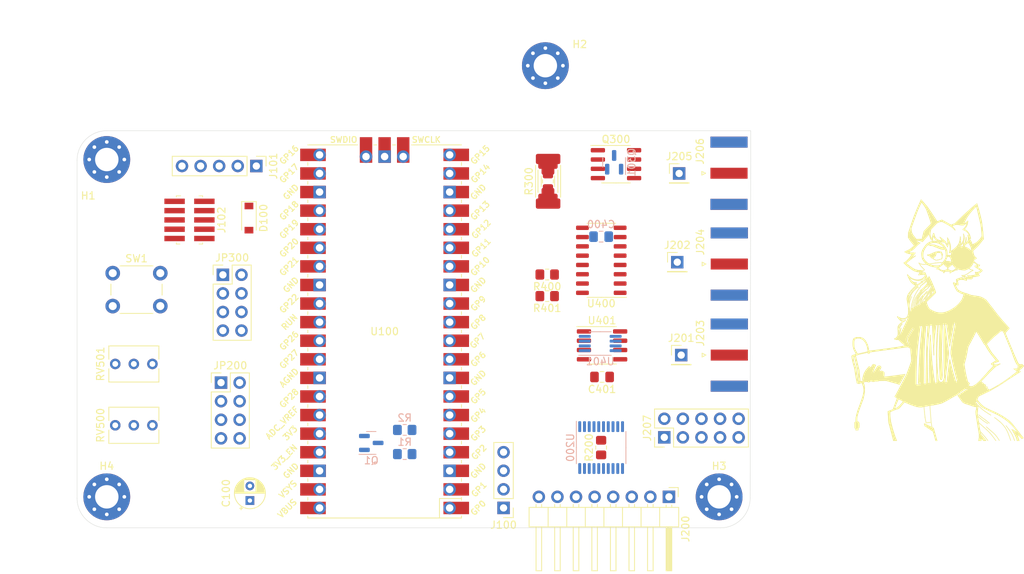
<source format=kicad_pcb>
(kicad_pcb (version 20211014) (generator pcbnew)

  (general
    (thickness 1.6)
  )

  (paper "A4")
  (layers
    (0 "F.Cu" signal)
    (31 "B.Cu" signal)
    (32 "B.Adhes" user "B.Adhesive")
    (33 "F.Adhes" user "F.Adhesive")
    (34 "B.Paste" user)
    (35 "F.Paste" user)
    (36 "B.SilkS" user "B.Silkscreen")
    (37 "F.SilkS" user "F.Silkscreen")
    (38 "B.Mask" user)
    (39 "F.Mask" user)
    (40 "Dwgs.User" user "User.Drawings")
    (41 "Cmts.User" user "User.Comments")
    (42 "Eco1.User" user "User.Eco1")
    (43 "Eco2.User" user "User.Eco2")
    (44 "Edge.Cuts" user)
    (45 "Margin" user)
    (46 "B.CrtYd" user "B.Courtyard")
    (47 "F.CrtYd" user "F.Courtyard")
    (48 "B.Fab" user)
    (49 "F.Fab" user)
  )

  (setup
    (stackup
      (layer "F.SilkS" (type "Top Silk Screen"))
      (layer "F.Paste" (type "Top Solder Paste"))
      (layer "F.Mask" (type "Top Solder Mask") (thickness 0.01))
      (layer "F.Cu" (type "copper") (thickness 0.035))
      (layer "dielectric 1" (type "core") (thickness 1.51) (material "FR4") (epsilon_r 4.5) (loss_tangent 0.02))
      (layer "B.Cu" (type "copper") (thickness 0.035))
      (layer "B.Mask" (type "Bottom Solder Mask") (thickness 0.01))
      (layer "B.Paste" (type "Bottom Solder Paste"))
      (layer "B.SilkS" (type "Bottom Silk Screen"))
      (copper_finish "None")
      (dielectric_constraints no)
    )
    (pad_to_mask_clearance 0)
    (pcbplotparams
      (layerselection 0x00010fc_ffffffff)
      (disableapertmacros false)
      (usegerberextensions false)
      (usegerberattributes true)
      (usegerberadvancedattributes true)
      (creategerberjobfile true)
      (svguseinch false)
      (svgprecision 6)
      (excludeedgelayer true)
      (plotframeref false)
      (viasonmask false)
      (mode 1)
      (useauxorigin false)
      (hpglpennumber 1)
      (hpglpenspeed 20)
      (hpglpendiameter 15.000000)
      (dxfpolygonmode true)
      (dxfimperialunits true)
      (dxfusepcbnewfont true)
      (psnegative false)
      (psa4output false)
      (plotreference true)
      (plotvalue true)
      (plotinvisibletext false)
      (sketchpadsonfab false)
      (subtractmaskfromsilk false)
      (outputformat 1)
      (mirror false)
      (drillshape 0)
      (scaleselection 1)
      (outputdirectory "grb3/")
    )
  )

  (net 0 "")
  (net 1 "GND")
  (net 2 "VBUS")
  (net 3 "DAC_VCC")
  (net 4 "+3.3VADC")
  (net 5 "Net-(D100-Pad1)")
  (net 6 "UART_RX")
  (net 7 "UART_TX")
  (net 8 "/controller/SWDIO")
  (net 9 "/controller/SWCLK")
  (net 10 "unconnected-(J102-Pad8)")
  (net 11 "unconnected-(J102-Pad7)")
  (net 12 "unconnected-(J102-Pad6)")
  (net 13 "Net-(U200-Pad17)")
  (net 14 "Net-(U200-Pad16)")
  (net 15 "TRIG_IN")
  (net 16 "GLITCH_OUT")
  (net 17 "Net-(U200-Pad15)")
  (net 18 "ADC0")
  (net 19 "ADC1")
  (net 20 "Net-(U200-Pad14)")
  (net 21 "Net-(U200-Pad13)")
  (net 22 "Net-(U200-Pad12)")
  (net 23 "VCC_EXT")
  (net 24 "DAC_HI")
  (net 25 "CB1_G")
  (net 26 "CB2_G")
  (net 27 "GPIO_EN")
  (net 28 "MAX_SW_B")
  (net 29 "MAX_SW_A")
  (net 30 "MAX_EN")
  (net 31 "GPIO2")
  (net 32 "GPIO3")
  (net 33 "GPIO4")
  (net 34 "GPIO5")
  (net 35 "GPIO6")
  (net 36 "GLITCH_SIG")
  (net 37 "GPIO7")
  (net 38 "GPIO8")
  (net 39 "GPIO9")
  (net 40 "unconnected-(U100-Pad30)")
  (net 41 "CB3_G")
  (net 42 "DAC_nL")
  (net 43 "DAC_CLK")
  (net 44 "DAC_TX")
  (net 45 "EMERG_SHDN")
  (net 46 "~{EMERG_SHDN}")
  (net 47 "unconnected-(U100-Pad17)")
  (net 48 "unconnected-(U100-Pad39)")
  (net 49 "Net-(J200-Pad7)")
  (net 50 "GPIO0")
  (net 51 "GPIO1")
  (net 52 "unconnected-(U400-Pad1)")
  (net 53 "unconnected-(U400-Pad2)")
  (net 54 "DAC_LO")
  (net 55 "unconnected-(U400-Pad12)")
  (net 56 "unconnected-(U400-Pad13)")
  (net 57 "unconnected-(U400-Pad14)")
  (net 58 "unconnected-(U400-Pad15)")
  (net 59 "CROWBAR")
  (net 60 "/gpio/TAR_VCCIO")
  (net 61 "Net-(JP300-Pad5)")
  (net 62 "Net-(J200-Pad8)")

  (footprint "Resistor_SMD:R_0805_2012Metric_Pad1.20x1.40mm_HandSolder" (layer "F.Cu") (at 135.099 79.554801 90))

  (footprint "MCU_RaspberryPi_and_Boards:RPi_Pico_SMD_TH" (layer "F.Cu") (at 112.776 100.076 180))

  (footprint "Connector_Coaxial:SMA_Amphenol_132289_EdgeMount" (layer "F.Cu") (at 159.845 78.456))

  (footprint "Button_Switch_THT:SW_PUSH_6mm" (layer "F.Cu") (at 75.617 92.111))

  (footprint "MountingHole:MountingHole_3.2mm_M3_Pad_Via" (layer "F.Cu") (at 158.496 122.682))

  (footprint "Connector_PinHeader_2.54mm:PinHeader_2x04_P2.54mm_Vertical" (layer "F.Cu") (at 90.673 92.339))

  (footprint "Connector_PinHeader_2.54mm:PinHeader_2x05_P2.54mm_Vertical" (layer "F.Cu") (at 151.003 114.554 90))

  (footprint "Connector_PinHeader_2.54mm:PinHeader_1x01_P2.54mm_Vertical" (layer "F.Cu") (at 152.776 90.61))

  (footprint "Resistor_SMD:R_2010_5025Metric_Pad1.40x2.65mm_HandSolder" (layer "F.Cu") (at 135.099 79.554801 90))

  (footprint "Resistor_SMD:R_0805_2012Metric_Pad1.20x1.40mm_HandSolder" (layer "F.Cu") (at 134.996 95.25 180))

  (footprint "Connector_PinHeader_2.54mm:PinHeader_1x08_P2.54mm_Horizontal" (layer "F.Cu") (at 151.638 122.682 -90))

  (footprint "Connector_PinHeader_2.54mm:PinHeader_2x04_P2.54mm_Vertical" (layer "F.Cu") (at 90.419 107.071))

  (footprint "Connector_PinHeader_2.54mm:PinHeader_1x01_P2.54mm_Vertical" (layer "F.Cu") (at 153.03 78.486))

  (footprint "Diode_SMD:D_SOD-123" (layer "F.Cu") (at 94.234 84.582 -90))

  (footprint "Connector_PinHeader_2.54mm:PinHeader_1x05_P2.54mm_Vertical" (layer "F.Cu") (at 95.245 77.47 -90))

  (footprint "Resistor_SMD:R_0805_2012Metric_Pad1.20x1.40mm_HandSolder" (layer "F.Cu") (at 142.367 115.951 90))

  (footprint "Connector_PinHeader_2.54mm:PinHeader_1x04_P2.54mm_Vertical" (layer "F.Cu") (at 129.032 124.196 180))

  (footprint "Resistor_SMD:R_2512_6332Metric_Pad1.40x3.35mm_HandSolder" (layer "F.Cu") (at 135.121 79.554801 90))

  (footprint "Capacitor_SMD:C_0805_2012Metric_Pad1.18x1.45mm_HandSolder" (layer "F.Cu") (at 142.494 106.299 180))

  (footprint "Resistor_SMD:R_0805_2012Metric_Pad1.20x1.40mm_HandSolder" (layer "F.Cu") (at 134.996 92.3 180))

  (footprint "Resistor_SMD:R_1206_3216Metric_Pad1.30x1.75mm_HandSolder" (layer "F.Cu") (at 135.099 79.554801 90))

  (footprint "MountingHole:MountingHole_3.2mm_M3_Pad_Via" (layer "F.Cu") (at 134.747 63.754))

  (footprint "Connector_PinHeader_2.54mm:PinHeader_1x01_P2.54mm_Vertical" (layer "F.Cu") (at 153.3125 103.31))

  (footprint "graphics:xenia" (layer "F.Cu")
    (tedit 61C154B6) (tstamp baf18278-d51c-443e-9972-c8c9ba5d7493)
    (at 189.738 98.679)
    (attr through_hole)
    (fp_text reference "XENIA" (at 0 0.5) (layer "F.SilkS") hide
      (effects (font (size 1 1) (thickness 0.15)))
      (tstamp 2ab096f1-5e2e-4948-88f7-ee80da352ce9)
    )
    (fp_text value "xenia" (at 0 -0.5) (layer "F.Fab")
      (effects (font (size 1 1) (thickness 0.15)))
      (tstamp fc47ad18-c916-4f04-8460-6a5fb9138c7e)
    )
    (fp_line (start -0.087449 -8.809657) (end 0.146027 -8.894909) (layer "F.SilkS") (width 0.1) (tstamp 00486478-893b-425b-a5bc-a7e44ca55943))
    (fp_line (start 2.120427 -10.202538) (end 2.241183 -10.185531) (layer "F.SilkS") (width 0.1) (tstamp 0234d303-1347-4357-9ac8-112e8e6ab5f3))
    (fp_line (start 4.330047 -6.234346) (end 4.089216 -6.498479) (layer "F.SilkS") (width 0.1) (tstamp 02d5be24-1036-4d78-b8b7-1b443d15e7c8))
    (fp_line (start 3.24756 9.045381) (end 3.4801 8.89316) (layer "F.SilkS") (width 0.1) (tstamp 0453b7e4-e0e7-4cb5-8648-bec6a813bdeb))
    (fp_line (start 0.260403 -6.891084) (end -0.332851 -6.886832) (layer "F.SilkS") (width 0.1) (tstamp 069f3316-bcd2-4604-a333-7165193738be))
    (fp_line (start -3.758068 -6.759273) (end -3.963863 -6.339774) (layer "F.SilkS") (width 0.1) (tstamp 087708f1-e1e9-4263-81e5-92e875871b86))
    (fp_line (start -9.297786 4.012324) (end -10.724534 4.222797) (layer "F.SilkS") (width 0.1) (tstamp 088a5abf-5280-4acd-9be5-182deee4161f))
    (fp_line (start 0.359176 -6.835298) (end 0.320909 -6.836064) (layer "F.SilkS") (width 0.1) (tstamp 09ddd339-86e0-4167-9e67-6513769a8304))
    (fp_line (start -11.079063 8.253324) (end -11.346087 8.129166) (layer "F.SilkS") (width 0.1) (tstamp 0a1dbe60-6997-4f4e-b4aa-4ec0085281f7))
    (fp_line (start 0.636957 -7.835127) (end 0.567013 -8.025403) (layer "F.SilkS") (width 0.1) (tstamp 0a9d52bd-4852-44a8-82f7-f0b2e974bf90))
    (fp_line (start 0.978307 -7.395325) (end 1.596288 -7.079446) (layer "F.SilkS") (width 0.1) (tstamp 0b28e9dc-79a6-45c1-9c4d-325ada2cc88d))
    (fp_line (start -0.023841 -7.012478) (end 0.260403 -6.891084) (layer "F.SilkS") (width 0.1) (tstamp 0b379b3e-c12a-4629-a430-1567b828b4a9))
    (fp_line (start -4.650002 0.989642) (end -3.764935 0.613726) (layer "F.SilkS") (width 0.1) (tstamp 0f956713-c3d9-4b4c-8b52-a74d6d57ce5b))
    (fp_line (start -0.40371 -6.811827) (end 0.321759 -6.836064) (layer "F.SilkS") (width 0.1) (tstamp 10fd1d94-746f-466c-84a0-aa85c04b7684))
    (fp_line (start 3.479802 11.455544) (end 3.948093 11.551703) (layer "F.SilkS") (width 0.1) (tstamp 1164e296-14e5-4a5e-b2f3-44f1d36e7550))
    (fp_line (start 2.98583 -11.581707) (end 2.741129 -11.748809) (layer "F.SilkS") (width 0.1) (tstamp 12ec9af5-fae0-487c-9f32-ec0f72c4cf1f))
    (fp_line (start -4.381109 -11.064391) (end -4.310739 -11.182596) (layer "F.SilkS") (width 0.1) (tstamp 13666fea-91c0-4fec-bb70-a04cdbcf337e))
    (fp_line (start -0.404795 0.395004) (end -0.462196 0.395218) (layer "F.SilkS") (width 0.1) (tstamp 1399d9fd-892e-4c6d-94d4-e65f4b8d90fb))
    (fp_line (start -1.858607 -3.896465) (end -3.018353 -2.837788) (layer "F.SilkS") (width 0.1) (tstamp 14127424-0f91-4793-8a8a-36511132b3fd))
    (fp_line (start -3.250381 11.652943) (end -2.433578 11.510927) (layer "F.SilkS") (width 0.1) (tstamp 1485f998-b07f-4385-8f35-cac19f2827b9))
    (fp_line (start -8.886174 7.308196) (end -8.901056 7.197645) (layer "F.SilkS") (width 0.1) (tstamp 156d07b6-f60e-459b-b98a-29b8c699efdc))
    (fp_line (start -12.551074 13.779714) (end -12.706696 13.860076) (layer "F.SilkS") (width 0.1) (tstamp 16a71bba-04ef-4283-a06b-f6e9ba8ea3c4))
    (fp_line (start -5.127987 3.687899) (end -5.047837 3.724891) (layer "F.SilkS") (width 0.1) (tstamp 16ec19e3-7b49-453e-80e4-246815f99f56))
    (fp_line (start 0.998035 -5.007568) (end 1.417534 -4.961009) (layer "F.SilkS") (width 0.1) (tstamp 18457aad-4f9d-4c40-a5cc-fb25084ce7be))
    (fp_line (start -5.027428 3.476363) (end -5.115231 3.542269) (layer "F.SilkS") (width 0.1) (tstamp 185cec19-d583-42a6-bbf6-9e4403a7b0ce))
    (fp_line (start -6.740291 2.002993) (end -6.697559 1.323252) (layer "F.SilkS") (width 0.1) (tstamp 19b8a416-d457-47c0-a7b0-da25cad6c5a1))
    (fp_line (start -0.007897 -7.388394) (end -0.050628 -7.071368) (layer "F.SilkS") (width 0.1) (tstamp 1c4a967a-d9ff-4163-bb2a-95ccc3501bb3))
    (fp_line (start -0.670522 -6.851881) (end -0.53786 -6.616024) (layer "F.SilkS") (width 0.1) (tstamp 1c5c7e2f-94b3-4b5e-b4ad-c0a6563fc67e))
    (fp_line (start -10.908538 4.337111) (end -10.835617 4.409819) (layer "F.SilkS") (width 0.1) (tstamp 1e0ba953-460b-4ddb-ba5b-e01c556e61f7))
    (fp_line (start 4.90149 16.307955) (end 5.210438 16.322837) (layer "F.SilkS") (width 0.1) (tstamp 1f5d8d4c-52db-4d4d-99bb-fd209dbbc195))
    (fp_line (start -1.262672 0.453299) (end -1.363656 0.468181) (layer "F.SilkS") (width 0.1) (tstamp 1f69b1f6-9fed-42d7-9e08-09f288c476bc))
    (fp_line (start 2.998458 8.928026) (end 2.798403 8.735837) (layer "F.SilkS") (width 0.1) (tstamp 1fb3f6bd-66d7-4a74-a144-ae01112ff895))
    (fp_line (start -2.982169 0.583537) (end -2.699243 0.577159) (layer "F.SilkS") (width 0.1) (tstamp 20a0f469-5ae6-4e36-8ff6-79100ece3f30))
    (fp_line (start 0.566716 -8.025531) (end 0.636661 -7.835255) (layer "F.SilkS") (width 0.1) (tstamp 21a2e357-9ad7-4e55-9783-020864723576))
    (fp_line (start -2.922258 -2.660056) (end -1.647369 -3.924825) (layer "F.SilkS") (width 0.1) (tstamp 23781219-648c-45af-8566-464b78a6f9ff))
    (fp_line (start -0.590372 -6.842654) (end -0.464088 -6.840528) (layer "F.SilkS") (width 0.1) (tstamp 23b5355a-334f-4bc1-a3a3-bcd5e8aabe03))
    (fp_line (start -0.271007 -9.616787) (end -0.136007 -9.641874) (layer "F.SilkS") (width 0.1) (tstamp 23f55bc5-218f-4c81-bcc4-297aa64fa0b2))
    (fp_line (start 7.736937 1.655947) (end 7.847488 1.605774) (layer "F.SilkS") (width 0.1) (tstamp 252382df-08a7-4b0b-8609-1072db1e998e))
    (fp_line (start -1.871555 -11.918931) (end -1.940225 -12.001419) (layer "F.SilkS") (width 0.1) (tstamp 2566906f-dee1-4d49-aa89-42683ad37200))
    (fp_line (start -2.231462 -13.327246) (end -3.235395 -12.265232) (layer "F.SilkS") (width 0.1) (tstamp 25b94296-ce9e-441c-ba5a-3999d9179a7f))
    (fp_line (start 4.695249 -11.592294) (end 4.867028 -11.229431) (layer "F.SilkS") (width 0.1) (tstamp 2609c5fc-6f5a-49bd-a40b-c12eaada5a92))
    (fp_line (start 4.588609 8.485737) (end 4.879742 8.498492) (layer "F.SilkS") (width 0.1) (tstamp 275e3c89-0d83-4a85-9571-5807c3e775e6))
    (fp_line (start 1.219052 9.973394) (end 1.334493 9.873048) (layer "F.SilkS") (width 0.1) (tstamp 276b13d7-0a57-419c-8da2-e837b16f8ff4))
    (fp_line (start 0.832973 -5.261113) (end 0.774721 -5.194995) (layer "F.SilkS") (width 0.1) (tstamp 27f73be5-5b6d-4dcd-9c2b-08178b3c0f10))
    (fp_line (start 3.878467 -6.660457) (end 3.824042 -6.69915) (layer "F.SilkS") (width 0.1) (tstamp 284e6dc9-3ac5-4cda-bd41-857fb98d4679))
    (fp_line (start -4.421864 -8.927692) (end -5.015118 -8.576139) (layer "F.SilkS") (width 0.1) (tstamp 28797dd3-5c25-40ea-9029-91b4bdf67bc8))
    (fp_line (start -6.053407 10.967866) (end -5.922871 11.018039) (layer "F.SilkS") (width 0.1) (tstamp 28d5ed17-1bf9-4c62-b49a-5fe63f5fcad7))
    (fp_line (start -3.125587 -6.648084) (end -3.692013 -6.537745) (layer "F.SilkS") (width 0.1) (tstamp 292a37f1-a8d7-4049-8d9e-d154cb6269d5))
    (fp_line (start -3.963863 -6.339774) (end -3.148187 -6.432892) (layer "F.SilkS") (width 0.1) (tstamp 29d26dd1-1c9b-4097-8348-63ab0c86a559))
    (fp_line (start -0.136007 -9.641597) (end -0.271007 -9.616511) (layer "F.SilkS") (width 0.1) (tstamp 2b1d77fe-f78d-4ff8-b505-0f28f2dbc7c6))
    (fp_line (start -2.567432 -10.399893) (end -2.567432 -10.400064) (layer "F.SilkS") (width 0.1) (tstamp 2d8c2e79-0ca6-4cac-bd97-7ed59984e6ca))
    (fp_line (start -3.612693 8.448277) (end -3.623323 8.650245) (layer "F.SilkS") (width 0.1) (tstamp 2db2a178-64e5-43fc-91c6-f6bb623ee10e))
    (fp_line (start 0.831253 0.253265) (end 1.081438 0.212021) (layer "F.SilkS") (width 0.1) (tstamp 2e9befe8-1ba6-44c4-8c0c-2f6b67d813e8))
    (fp_line (start -2.265074 13.818492) (end -2.151546 14.500359) (layer "F.SilkS") (width 0.1) (tstamp 2f15d41d-727f-4089-af4d-eed812228f8d))
    (fp_line (start -3.465554 0.613726) (end -2.982169 0.583537) (layer "F.SilkS") (width 0.1) (tstamp 2f4fca68-ad3d-42af-a65a-2dfd84c64f23))
    (fp_line (start 3.824042 -6.69915) (end 3.76579 -6.598166) (layer "F.SilkS") (width 0.1) (tstamp 2f8fab55-05ca-4686-80f5-c3c168b9b405))
    (fp_line (start 3.802463 11.057008) (end 4.193772 10.248454) (layer "F.SilkS") (width 0.1) (tstamp 2fa1b765-b805-47fc-bf33-7549704c7989))
    (fp_line (start 4.525042 15.474081) (end 4.581806 15.914436) (layer "F.SilkS") (width 0.1) (tstamp 318e2232-f227-48be-bc7e-28bc039cbe1a))
    (fp_line (start 0.320909 -6.836064) (end 0.323034 -6.596465) (layer "F.SilkS") (width 0.1) (tstamp 31dcfa14-92b3-40c0-9b7e-3e11dc0058e1))
    (fp_line (start -1.479203 -7.201053) (end -1.470699 -7.127281) (layer "F.SilkS") (width 0.1) (tstamp 321f985d-c802-49a4-b839-d957d45e8880))
    (fp_line (start -2.768188 -9.031568) (end -2.728921 -9.000571) (layer "F.SilkS") (width 0.1) (tstamp 328d1402-4958-47d2-b0f1-71018e3fb92d))
    (fp_line (start -0.523191 -6.729339) (end -0.516813 -6.620064) (layer "F.SilkS") (width 0.1) (tstamp 32e61bfc-d546-4722-ac49-cbb99c79a789))
    (fp_line (start -4.310717 -11.182319) (end -4.381087 -11.064115) (layer "F.SilkS") (width 0.1) (tstamp 3333a437-094a-4126-981c-1a90640c11d7))
    (fp_line (start -0.53786 -6.616024) (end -0.522978 -6.728701) (layer "F.SilkS") (width 0.1) (tstamp 33ea8dc4-877d-4756-9eec-56ecc269d0d6))
    (fp_line (start -2.42565 8.523069) (end -2.710361 8.529447) (layer "F.SilkS") (width 0.1) (tstamp 351d5969-2e3a-436e-a584-701985869a16))
    (fp_line (start -3.548467 -11.102808) (end -3.680278 -11.20443) (layer "F.SilkS") (width 0.1) (tstamp 36bf2b67-6c66-4f57-9dcc-180452d3e2dc))
    (fp_line (start -10.667452 4.294378) (end -10.705294 4.290126) (layer "F.SilkS") (width 0.1) (tstamp 38dc9787-3773-4a65-9eac-77f34d6df8dc))
    (fp_line (start -12.671829 14.588332) (end -12.551286 14.590458) (layer "F.SilkS") (width 0.1) (tstamp 3949f8f3-4972-460a-90a0-6906b5d7ca76))
    (fp_line (start 3.981279 10.706561) (end 3.921327 10.860227) (layer "F.SilkS") (width 0.1) (tstamp 3b861d3c-b38d-4322-b67b-d95ab0619cc6))
    (fp_line (start 9.914625 6.87845) (end 9.630849 6.725166) (layer "F.SilkS") (width 0.1) (tstamp 3bf5a303-d45e-4366-b8e2-9eef9aa4ea37))
    (fp_line (start -1.955062 14.629087) (end -1.482966 16.326622) (layer "F.SilkS") (width 0.1) (tstamp 3d234cf4-d2a0-4b1e-b0ed-33b40ca1bbce))
    (fp_line (start -2.482371 0.53921) (end -2.699349 0.578328) (layer "F.SilkS") (width 0.1) (tstamp 3d6a7394-0229-439d-98ea-24fb7b7d0870))
    (fp_line (start -5.819251 -0.058596) (end -5.782259 -0.164257) (layer "F.SilkS") (width 0.1) (tstamp 3ecd5e71-045c-45dd-959d-3e97c8e33089))
    (fp_line (start -3.785279 -2.270788) (end -4.94377 -1.700982) (layer "F.SilkS") (width 0.1) (tstamp 3f60471a-e684-4c40-916a-dc05757982ce))
    (fp_line (start 3.76579 -6.598166) (end 3.956065 -6.349596) (layer "F.SilkS") (width 0.1) (tstamp 3f775266-cc7f-49e6-b89d-e69ba5f3895e))
    (fp_line (start 3.761942 -7.448985) (end 4.562098 -6.916851) (layer "F.SilkS") (width 0.1) (tstamp 401fc27b-55c2-4d17-b7a9-17271cdee251))
    (fp_line (start -3.619092 -4.014223) (end -4.053048 -3.440186) (layer "F.SilkS") (width 0.1) (tstamp 41e173df-b769-4562-86b0-af2aff66057d))
    (fp_line (start 0.321759 -6.836064) (end 0.360027 -6.835298) (layer "F.SilkS") (width 0.1) (tstamp 43797be8-9d42-485f-bc6b-0544d45927b2))
    (fp_line (start 10.256122 6.014427) (end 10.165768 5.934065) (layer "F.SilkS") (width 0.1) (tstamp 4459b91b-d937-4427-a170-e7027c4df452))
    (fp_line (start -1.482966 16.326622) (end -1.613502 16.326622) (layer "F.SilkS") (width 0.1) (tstamp 46605a33-9342-4627-adea-08a0c3dd1775))
    (fp_line (start -2.364145 -5.272232) (end -2.325452 -5.192508) (layer "F.SilkS") (width 0.1) (tstamp 47476406-4d27-4820-aefe-eb91485cd792))
    (fp_line (start -1.200487 -7.170056) (end -1.200487 -7.170056) (layer "F.SilkS") (width 0.1) (tstamp 47bd3e42-5e60-4145-b4ff-ba2ead23635e))
    (fp_line (start -10.724534 4.222797) (end -10.772326 4.101105) (layer "F.SilkS") (width 0.1) (tstamp 487c4890-ae05-4d1e-8757-f717bdd9f770))
    (fp_line (start -1.29977 -7.131533) (end -0.950173 -6.910133) (layer "F.SilkS") (width 0.1) (tstamp 48f5ac3f-19ad-4208-9449-373c6d6bed43))
    (fp_line (start -0.419655 -9.922015) (end -0.584419 -9.95518) (layer "F.SilkS") (width 0.1) (tstamp 499f0043-d011-4c69-b76f-552cc2e709c0))
    (fp_line (start -10.859577 4.243461) (end -10.870207 4.151406) (layer "F.SilkS") (width 0.1) (tstamp 4b724a58-7782-4fb0-85bb-73cee8bfacec))
    (fp_line (start -3.623323 8.650245) (end -4.324302 8.722316) (layer "F.SilkS") (width 0.1) (tstamp 4c7ee18f-1e28-4990-b358-0d20ba5f3a19))
    (fp_line (start 2.278047 -6.178114) (end 2.254661 -6.053744) (layer "F.SilkS") (width 0.1) (tstamp 4cd7b6b4-85c9-4884-8f10-e79b6ed8c90b))
    (fp_line (start -10.857408 4.242058) (end -10.859577 4.243461) (layer "F.SilkS") (width 0.1) (tstamp 4cf1650d-f012-4b15-ad31-a94564f120f8))
    (fp_line (start 0.636661 -7.835255) (end 0.978307 -7.395325) (layer "F.SilkS") (width 0.1) (tstamp 4d1172a0-a1e6-4e5d-b676-3dfbdc70f814))
    (fp_line (start 4.368889 -7.671512) (end 4.228999 -7.648126) (layer "F.SilkS") (width 0.1) (tstamp 4ea04a5a-7a78-43fb-87d5-86eb2afcea5f))
    (fp_line (start 10.027621 6.192797) (end 10.256122 6.014427) (layer "F.SilkS") (width 0.1) (tstamp 51b18456-8852-4cce-ad37-628dd1c4103a))
    (fp_line (start 0.975627 -7.108827) (end 0.990509 -7.046749) (layer "F.SilkS") (width 0.1) (tstamp 52064152-4b25-4796-8ab1-2e49f3df562c))
    (fp_line (start 5.077543 8.647949) (end 4.922346 8.701524) (layer "F.SilkS") (width 0.1) (tstamp 53bc95a0-a6b5-4bd3-8806-205d384c6e1c))
    (fp_line (start -2.943709 -5.906668) (end -2.916242 -5.843484) (layer "F.SilkS") (width 0.1) (tstamp 54c05bf1-249d-4ed0-aee6-f8cef4715275))
    (fp_line (start 4.587334 8.28802) (end 4.484224 8.388366) (layer "F.SilkS") (width 0.1) (tstamp 54d05816-bdfa-450b-939f-fffbc2d3c01c))
    (fp_line (start -3.764935 0.613726) (end -3.465554 0.613726) (layer "F.SilkS") (width 0.1) (tstamp 56614d25-92fe-4928-ba13-f50ff5bf48ed))
    (fp_line (start 5.210438 16.322837) (end 4.525042 15.474081) (layer "F.SilkS") (width 0.1) (tstamp 57d20178-cd72-4cdf-a6b0-742aea76d37b))
    (fp_line (start -0.446932 -6.922464) (end -0.749927 -6.933093) (layer "F.SilkS") (width 0.1) (tstamp 58166378-73e4-4c77-abf1-b61da426c963))
    (fp_line (start -7.002722 16.306531) (end -7.404278 16.31157) (layer "F.SilkS") (width 0.1) (tstamp 5964804a-9ffe-4905-9f1b-c960fc5465a3))
    (fp_line (start -8.901056 7.197645) (end -8.941025 7.197645) (layer "F.SilkS") (width 0.1) (tstamp 59f58cc4-3f08-4913-804c-7831fc56d6da))
    (fp_line (start 1.092131 -7.182599) (end 0.975627 -7.108827) (layer "F.SilkS") (width 0.1) (tstamp 5ac91684-976e-43dc-b66d-88fa3cf7602b))
    (fp_line (start 7.847488 1.605774) (end 8.38802 0.97155) (layer "F.SilkS") (width 0.1) (tstamp 5c52001a-44b6-4827-8867-9a065693af27))
    (fp_line (start 5.416744 9.020209) (end 5.234122 9.134162) (layer "F.SilkS") (width 0.1) (tstamp 5c5e0318-a0e1-4f94-8225-4bad5445ea6d))
    (fp_line (start 9.500845 16.316587) (end 9.731897 16.316587) (layer "F.SilkS") (width 0.1) (tstamp 5cdfe313-8605-4373-9a45-7b9f1b58e8c5))
    (fp_line (start -12.612153 4.669636) (end -12.765862 4.730652) (layer "F.SilkS") (width 0.1) (tstamp 5d6e084a-605f-4d05-bcd6-23a747bd3e0e))
    (fp_line (start -5.125052 3.690641) (end -5.114422 3.531405) (layer "F.SilkS") (width 0.1) (tstamp 5e0252fd-2729-4e36-b2cc-c7766dba6189))
    (fp_line (start -12.765862 4.730652) (end -12.281945 6.716322) (layer "F.SilkS") (width 0.1) (tstamp 5e807c14-eb72-4699-ac5c-0e22b3b90689))
    (fp_line (start -3.415423 -5.326615) (end -3.508541 -5.332993) (layer "F.SilkS") (width 0.1) (tstamp 5ef3d067-71f0-41ac-ba39-98068649edc9))
    (fp_line (start -3.680278 -11.20443) (end -4.310717 -11.182319) (layer "F.SilkS") (width 0.1) (tstamp 600a3b4b-ae4b-4461-b5a0-b102a630e6e4))
    (fp_line (start -0.516813 -6.620064) (end -0.40371 -6.811827) (layer "F.SilkS") (width 0.1) (tstamp 606c3e55-7d61-412d-adac-41bf5f1f1a73))
    (fp_line (start -3.763999 0.614406) (end -4.65096 0.989557) (layer "F.SilkS") (width 0.1) (tstamp 61bd4437-060d-40c1-add9-cb29405c70c7))
    (fp_line (start -12.324316 14.531951) (end -12.328568 14.687573) (layer "F.SilkS") (width 0.1) (tstamp 61d9b81b-8499-4933-91ed-7a8972810007))
    (fp_line (start -6.730724 2.520138) (end -6.790889 2.401721) (layer "F.SilkS") (width 0.1) (tstamp 62b6ceae-4979-4c7f-9abb-9d942b9ab846))
    (fp_line (start -0.023819 -7.012265) (end -0.050733 -7.071495) (layer "F.SilkS") (width 0.1) (tstamp 633ad3b8-63c2-4a66-ba43-ec1b2327d590))
    (fp_line (start 2.575111 -5.582519) (end 2.566607 -5.800008) (layer "F.SilkS") (width 0.1) (tstamp 6349601a-3c16-49a3-9c53-44ba3301fa17))
    (fp_line (start -12.123177 8.513863) (end -11.715753 8.379501) (layer "F.SilkS") (width 0.1) (tstamp 634c972d-457b-4606-97bd-158cc6774626))
    (fp_line (start -1.200487 -7.170056) (end -1.189857 -7.253607) (layer "F.SilkS") (width 0.1) (tstamp 644c1aa7-bb47-43ff-9985-f1193c633b37))
    (fp_line (start -0.097144 8.381542) (end -0.383216 8.400676) (layer "F.SilkS") (width 0.1) (tstamp 64d7714a-7974-44e3-aea4-f93dec72bbab))
    (fp_line (start -2.982275 0.584047) (end -3.46566 0.614236) (layer "F.SilkS") (width 0.1) (tstamp 65672bfe-b9ee-41a0-973c-1f20f79e074b))
    (fp_line (start -0.522978 -6.728701) (end -0.590372 -6.842654) (layer "F.SilkS") (width 0.1) (tstamp 66ae6362-5d73-429e-895c-b93ac4034e8b))
    (fp_line (start -2.922257 -2.659503) (end -3.018352 -2.837236) (layer "F.SilkS") (width 0.1) (tstamp 67696688-aeb4-4c05-bfdd-17ff57e0fa8a))
    (fp_line (start 4.463814 8.29865) (end 4.587334 8.28802) (layer "F.SilkS") (width 0.1) (tstamp 6adb7440-4967-4c53-ab45-3e8efe9276db))
    (fp_line (start -0.552019 -7.920528) (end -0.353877 -8.180791) (layer "F.SilkS") (width 0.1) (tstamp 6b210527-4628-4b35-bcc0-57c051da3023))
    (fp_line (start 1.550897 -10.19699) (end 1.669101 -10.238234) (layer "F.SilkS") (width 0.1) (tstamp 6f6d94a2-ff06-468f-93cb-7d1121493be0))
    (fp_line (start 5.099335 3.181341) (end 5.269838 3.103317) (layer "F.SilkS") (width 0.1) (tstamp 6faf2824-be38-492e-a01b-4c105834407a))
    (fp_line (start -4.244621 -5.197036) (end -4.324345 -5.268894) (layer "F.SilkS") (width 0.1) (tstamp 6fe73f15-5d69-4a4e-893e-03eb09e9b7d7))
    (fp_line (start 1.655283 -10.326037) (end 1.550897 -10.19699) (layer "F.SilkS") (width 0.1) (tstamp 71407632-595c-426e-b6ae-4fb2a403e147))
    (fp_line (start 1.551599 -10.196373) (end 1.654071 -10.325909) (layer "F.SilkS") (width 0.1) (tstamp 71e17ce2-3f5c-4367-9839-08c5c57f36de))
    (fp_line (start -10.85964 4.243567) (end -10.851137 4.309473) (layer "F.SilkS") (width 0.1) (tstamp 7222796c-3f24-42f8-95ec-33d97cdbe82f))
    (fp_line (start -10.870207 4.151406) (end -12.356801 4.505467) (layer "F.SilkS") (width 0.1) (tstamp 7332bdd2-7696-49e9-b942-e09fe05346ae))
    (fp_line (start -12.555538 14.874192) (end -12.244166 14.849105) (layer "F.SilkS") (width 0.1) (tstamp 73bf2484-d5f9-4ce1-ab83-d710b7907529))
    (fp_line (start -0.050628 -7.071368) (end -0.023841 -7.012478) (layer "F.SilkS") (width 0.1) (tstamp 75ebcaaf-8f91-4bce-95da-35daf284b36b))
    (fp_line (start -2.023604 -4.398792) (end -2.056557 -4.497672) (layer "F.SilkS") (width 0.1) (tstamp 76bcc96a-79c2-4aa1-a653-745cf373720e))
    (fp_line (start 0.360027 -6.835298) (end 0.467176 -6.79129) (layer "F.SilkS") (width 0.1) (tstamp 7879fd6d-8523-40e9-ac87-65ed2628002c))
    (fp_line (start 3.26967 -5.791504) (end 3.374481 -5.900354) (layer "F.SilkS") (width 0.1) (tstamp 78c24dc1-6743-421c-b77c-2fe33b473e4c))
    (fp_line (start -1.470699 -7.127281) (end -1.29977 -7.131533) (layer "F.SilkS") (width 0.1) (tstamp 7923463f-888c-4fc0-b98f-03078496b1b6))
    (fp_line (start 1.596288 -7.079446) (end 2.337853 -6.991643) (layer "F.SilkS") (width 0.1) (tstamp 7a78aae9-59d5-44fd-a5a4-d12a5851aac3))
    (fp_line (start -6.744393 10.596839) (end -5.920744 11.018719) (layer "F.SilkS") (width 0.1) (tstamp 7af554a0-1aea-4bf6-b62d-f529a38d9de6))
    (fp_line (start 3.74706 -7.542316) (end 3.761942 -7.448985) (layer "F.SilkS") (width 0.1) (tstamp 7d46158a-6f68-4d38-be89-e25c900413e7))
    (fp_line (start 3.948093 11.551703) (end 3.802463 11.057008) (layer "F.SilkS") (width 0.1) (tstamp 7f1cd457-f3e0-4118-9041-74f0c4e433d8))
    (fp_line (start 3.952132 10.372397) (end 3.479802 11.455544) (layer "F.SilkS") (width 0.1) (tstamp 7f25c6dd-2bd2-4dba-b030-ccbee8cc0425))
    (fp_line (start 4.867007 -11.229325) (end 4.695227 -11.592231) (layer "F.SilkS") (width 0.1) (tstamp 801e609c-68c5-4efc-a779-888769f67fd8))
    (fp_line (start 9.552655 6.270651) (end 9.957527 6.281281) (layer "F.SilkS") (width 0.1) (tstamp 816dc656-ef63-4b7e-ba23-93c421a09dd9))
    (fp_line (start -10.835617 4.409819) (end -10.692538 4.354544) (layer "F.SilkS") (width 0.1) (tstamp 81a6647b-fb92-470f-859a-839cff2bfa41))
    (fp_line (start -2.265074 13.81847) (end -2.435578 11.510119) (layer "F.SilkS") (width 0.1) (tstamp 823a9a53-cb4b-4f57-9558-1ba1cf975f33))
    (fp_line (start 5.09942 3.182085) (end 5.099335 3.181341) (layer "F.SilkS") (width 0.1) (tstamp 832a8494-eaf2-41bb-a79b-9bd3869ba972))
    (fp_line (start -2.839558 -5.555073) (end -2.839345 -5.555094) (layer "F.SilkS") (width 0.1) (tstamp 84ce0be5-0412-4bdd-83e3-854a7a710ced))
    (fp_line (start -2.790809 -5.240427) (end -2.57719 -5.718179) (layer "F.SilkS") (width 0.1) (tstamp 84d2254b-f203-44d6-b45c-79b312eb19ef))
    (fp_line (start -3.983039 8.479741) (end -3.612693 8.448277) (layer "F.SilkS") (width 0.1) (tstamp 881ba6c1-962a-43e8-acdf-1c75a4cb2656))
    (fp_line (start 2.911548 -11.493032) (end 3.13129 -11.295316) (layer "F.SilkS") (width 0.1) (tstamp 8b34cb3e-4808-4723-abeb-99f377bbe23f))
    (fp_line (start -0.578892 -9.823156) (end -0.419655 -9.922015) (layer "F.SilkS") (width 0.1) (tstamp 8b609dc3-d402-489e-93c7-a8286dd10662))
    (fp_line (start -3.013421 -6.014668) (end -3.06859 -6.173224) (layer "F.SilkS") (width 0.1) (tstamp 902a411f-6335-4f06-8cf1-f0ed80a2cb8a))
    (fp_line (start -0.332851 -6.886832) (end -0.023819 -7.012265) (layer "F.SilkS") (width 0.1) (tstamp 910b5ca3-160a-4289-ac0e-edddfbb8cc23))
    (fp_line (start 4.879742 8.498492) (end 4.786411 8.608406) (layer "F.SilkS") (width 0.1) (tstamp 92425964-3db1-4a0a-86ee-ecbd90311ff8))
    (fp_line (start -2.68655 -9.085993) (end -2.768188 -9.031568) (layer "F.SilkS") (width 0.1) (tstamp 92f206ba-0b74-4aff-a139-97255e30fd4b))
    (fp_line (start -2.699243 0.577159) (end -2.482265 0.538041) (layer "F.SilkS") (width 0.1) (tstamp 9374eae1-1721-491f-8000-bfbbb5c8d606))
    (fp_line (start 5.423717 9.377374) (end 5.570623 9.455611) (layer "F.SilkS") (width 0.1) (tstamp 946a8f93-f8a6-49ed-be65-22cf14da1914))
    (fp_line (start -10.705294 4.290126) (end -10.773113 4.101764) (layer "F.SilkS") (width 0.1) (tstamp 96b8b711-f40d-4aae-a044-c048034ee1fe))
    (fp_line (start 3.55787 -8.163018) (end 3.585933 -8.535108) (layer "F.SilkS") (width 0.1) (tstamp 97eaa1e2-9166-4553-a1d6-ea99a7ba73fb))
    (fp_line (start -2.093805 0.514655) (end -1.899489 4.624204) (layer "F.SilkS") (width 0.1) (tstamp 9a3dec6c-1ff7-4f04-98b4-bff75dbe2572))
    (fp_line (start -7.212683 10.307067) (end -6.744393 10.596839) (layer "F.SilkS") (width 0.1) (tstamp 9aa35107-bd21-4263-aaeb-f87889d0726a))
    (fp_line (start -8.961434 7.519094) (end -8.918702 7.383456) (layer "F.SilkS") (width 0.1) (tstamp 9c77e549-bc3d-407e-a17f-1f44a0465725))
    (fp_line (start 9.062594 6.501448) (end 9.545575 6.870816) (layer "F.SilkS") (width 0.1) (tstamp 9d0a9958-db67-4fa2-a63a-2635acbcaff5))
    (fp_line (start 1.219116 9.972799) (end 1.219052 9.973394) (layer "F.SilkS") (width 0.1) (tstamp 9d53a803-c2dd-44df-9adf-3a36ecbb9623))
    (fp_line (start -10.851137 4.309473) (end -10.908538 4.337111) (layer "F.SilkS") (width 0.1) (tstamp 9d93c53b-c8ce-4a41-8871-5169db872dd3))
    (fp_line (start -0.464088 -6.840528) (end -0.523191 -6.729339) (layer "F.SilkS") (width 0.1) (tstamp 9f3effa9-36c1-499e-8002-787a37d4e90a))
    (fp_line (start -12.443584 14.541092) (end -12.110825 14.518557) (layer "F.SilkS") (width 0.1) (tstamp 9f755b79-98ed-4b7f-b7d5-fc8b011a6083))
    (fp_line (start -0.462154 0.396301) (end -0.404752 0.396089) (layer "F.SilkS") (width 0.1) (tstamp a03f12ee-4c0a-46b5-9d34-c9c5f676bfdc))
    (fp_line (start -0.753754 -8.930796) (end -0.760132 -9.099812) (layer "F.SilkS") (width 0.1) (tstamp a2514bdf-7683-4b2c-bb81-487c8fa57d73))
    (fp_line (start 2.798403 8.735837) (end 2.94212 8.502787) (layer "F.SilkS") (width 0.1) (tstamp a25f08da-163d-4d49-ab74-017e99d1903e))
    (fp_line (start 3.301453 -9.46597) (end 3.588121 -8.53481) (layer "F.SilkS") (width 0.1) (tstamp a261e796-25d7-477c-be76-97f041d1e6b6))
    (fp_line (start -12.208875 14.527699) (end -12.324316 14.531951) (layer "F.SilkS") (width 0.1) (tstamp a273aabd-9b0c-4eb2-9ce1-0a72077650f3))
    (fp_line (start 10.153777 16.03534) (end 10.286013 15.948388) (layer "F.SilkS") (width 0.1) (tstamp a2a59f0e-cde4-498b-8904-d92a12bff2f0))
    (fp_line (start -1.612056 0.483573) (end -1.363486 0.468691) (layer "F.SilkS") (width 0.1) (tstamp a2fc975e-e27d-4dbe-8a0b-341931ded9a6))
    (fp_line (start 5.58019 9.318272) (end 5.423717 9.377374) (layer "F.SilkS") (width 0.1) (tstamp a323f70c-afa2-4c2a-b732-5b77a8cbc996))
    (fp_line (start -1.472081 8.437583) (end -1.785579 8.469473) (layer "F.SilkS") (width 0.1) (tstamp a4c343d5-a6fd-4619-9a83-930a86997c7d))
    (fp_line (start -8.918702 7.383456) (end -8.770521 7.262913) (layer "F.SilkS") (width 0.1) (tstamp a71b8db9-7af6-4a4f-a0c5-fd086e8c47a8))
    (fp_line (start 0.017488 -7.081572) (end 0.065961 -7.361267) (layer "F.SilkS") (width 0.1) (tstamp a77dd63f-3f22-4865-9e78-693ed1d0221c))
    (fp_line (start -0.714593 0.406931) (end -0.462154 0.396301) (layer "F.SilkS") (width 0.1) (tstamp a858f438-2835-4c8f-8f9f-d091eac5a697))
    (fp_line (start 0.365554 -6.704763) (end 0.359176 -6.835298) (layer "F.SilkS") (width 0.1) (tstamp a8bb4afa-35b0-41db-8d99-8ea42d121830))
    (fp_line (start -4.017458 -4.642983) (end -4.118655 -4.734613) (layer "F.SilkS") (width 0.1) (tstamp a9a751bd-7c65-4095-9e42-f665535dba2e))
    (fp_line (start 2.337853 -6.991643) (end 2.882955 -7.225459) (layer "F.SilkS") (width 0.1) (tstamp a9d6e118-1126-476c-be4f-98f751cb96f6))
    (fp_line (start -12.091032 8.313426) (end -12.251756 8.313426) (layer "F.SilkS") (width 0.1) (tstamp ab2163be-385c-49c1-84b2-d21172b217d2))
    (fp_line (start -3.195575 14.016357) (end -1.955062 14.629087) (layer "F.SilkS") (width 0.1) (tstamp abc144f2-0768-45ca-8040-fb36089127a7))
    (fp_line (start -10.87027 4.151512) (end -10.85964 4.243567) (layer "F.SilkS") (width 0.1) (tstamp ac2b5221-dae8-473a-b258-1240f226ee32))
    (fp_line (start -6.083766 0.076404) (end -5.819251 -0.058596) (layer "F.SilkS") (width 0.1) (tstamp ae1a820b-f252-45fc-a06e-4a7cb7959ffc))
    (fp_line (start -0.404752 0.396089) (end -0.142746 0.3659) (layer "F.SilkS") (width 0.1) (tstamp aefe398d-e17c-4e19-992b-b360a5a5a779))
    (fp_line (start 5.004133 3.149642) (end 5.10129 3.181957) (layer "F.SilkS") (width 0.1) (tstamp afaa94e1-65c3-4b6f-9c68-5ac59bc472d1))
    (fp_line (start 10.384191 6.087349) (end 10.027621 6.192797) (layer "F.SilkS") (width 0.1) (tstamp afd35155-2680-4da0-a254-feec9f925517))
    (fp_line (start 2.241183 -10.185531) (end 2.422529 -10.528877) (layer "F.SilkS") (width 0.1) (tstamp b12cdff5-1a28-488f-bb8d-4bd1944d9750))
    (fp_line (start 10.286013 15.948388) (end 8.789979 14.029963) (layer "F.SilkS") (width 0.1) (tstamp b19cabe8-0c6d-451e-bfeb-2fcea82d2608))
    (fp_line (start -3.195469 14.016336) (end -3.195575 14.016357) (layer "F.SilkS") (width 0.1) (tstamp b29c3d1a-bb57-4e68-88ff-a0471bee36d3))
    (fp_line (start -4.555758 -1.880139) (end -4.770185 -1.786787) (layer "F.SilkS") (width 0.1) (tstamp b3396681-51a0-4ddb-b63f-251412419335))
    (fp_line (start -0.950855 -13.622907) (end -0.731411 -13.622907) (layer "F.SilkS") (width 0.1) (tstamp b3d452e4-0558-44e2-b1c9-373e568f7de0))
    (fp_line (start -1.389912 -7.251651) (end -1.479203 -7.201053) (layer "F.SilkS") (width 0.1) (tstamp b4248c5b-0aa5-47e6-8c9f-dcd81c5483ee))
    (fp_line (start -3.692013 -6.537745) (end -3.495785 -6.948273) (layer "F.SilkS") (width 0.1) (tstamp b498dffb-cfee-4cb0-974c-848e3f710666))
    (fp_line (start -2.548723 -6.087781) (end -2.738786 -5.688011) (layer "F.SilkS") (width 0.1) (tstamp b71d1072-ae2d-49ad-8cc4-6755a10b9d34))
    (fp_line (start -2.482265 0.538041) (end -2.093805 0.514655) (layer "F.SilkS") (width 0.1) (tstamp b7256dee-230d-4653-bad5-866a3ef6aa44))
    (fp_line (start 4.267905 -7.539488) (end 4.368889 -7.671512) (layer "F.SilkS") (width 0.1) (tstamp b87dacec-d770-4fac-bfe1-efb923046bde))
    (fp_line (start -1.189857 -7.253607) (end -1.389912 -7.251651) (layer "F.SilkS") (width 0.1) (tstamp ba403a2a-5472-4226-a5d1-0a23e7d66edd))
    (fp_line (start -8.770521 7.262913) (end -8.810915 7.21274) (layer "F.SilkS") (width 0.1) (tstamp bbce8f98-4aca-469a-9837-32a9818170a6))
    (fp_line (start 5.10129 3.181957) (end 5.271794 3.103934) (layer "F.SilkS") (width 0.1) (tstamp bcaa163f-1a67-400f-b78e-c162f92c8e47))
    (fp_line (start -5.115231 3.542269) (end -5.127987 3.687899) (layer "F.SilkS") (width 0.1) (tstamp bd3ba98d-d2d7-4d86-9b2d-33dad2eac79f))
    (fp_line (start -13.04073 4.7092) (end -13.11599 4.844838) (layer "F.SilkS") (width 0.1) (tstamp bfe0cc57-3c62-4d4e-b119-5e8302e94e4d))
    (fp_line (start 2.94212 8.502787) (end 2.707113 8.306559) (layer "F.SilkS") (width 0.1) (tstamp c09fd7f1-a334-4ec4-a220-e985605306ee))
    (fp_line (start -6.790889 2.401721) (end -6.940346 2.395343) (layer "F.SilkS") (width 0.1) (tstamp c32eaa5b-78c2-4826-b43f-df6d970efaf8))
    (fp_line (start -5.65404 3.373126) (end -5.490765 3.472622) (layer "F.SilkS") (width 0.1) (tstamp c340e49e-f635-4f5a-8d46-5b209fa63b31))
    (fp_line (start 3.557401 -8.162274) (end 3.530613 -8.09403) (layer "F.SilkS") (width 0.1) (tstamp c4d70ee4-e581-49d7-a356-429f4c894ae1))
    (fp_line (start -5.490765 3.472622) (end -7.838808 3.820986) (layer "F.SilkS") (width 0.1) (tstamp c4e22290-d247-4c4b-b64f-48ce69f7dada))
    (fp_line (start 0.426188 -8.688901) (end 0.566716 -8.025531) (layer "F.SilkS") (width 0.1) (tstamp c4f4a549-e6f5-496a-9563-4a841ee07124))
    (fp_line (start -6.682039 1.944741) (end -6.740291 2.002993) (layer "F.SilkS") (width 0.1) (tstamp c56f63ab-855c-40f2-a369-d65080c720e0))
    (fp_line (start -5.020625 -8.48823) (end -4.421864 -8.927692) (layer "F.SilkS") (width 0.1) (tstamp c5c5c032-e127-4fa8-a41a-e56835647d83))
    (fp_line (start -10.692538 4.354544) (end -10.667452 4.294378) (layer "F.SilkS") (width 0.1) (tstamp c63d6947-c16a-4323-b8e9-fceaef7fae24))
    (fp_line (start -1.975132 15.030877) (end -3.120209 14.292586) (layer "F.SilkS") (width 0.1) (tstamp c779cb0c-e4dc-4efc-a060-908bf2219140))
    (fp_line (start 0.467176 -6.79129) (end 0.365554 -6.704763) (layer "F.SilkS") (width 0.1) (tstamp c8d97f64-7ec8-4828-ba9c-6b5dbff61d09))
    (fp_line (start 1.242735 10.054437) (end 1.22105 9.974287) (layer "F.SilkS") (width 0.1) (tstamp c90a00d0-330b-4c41-b70b-f2fa9a4872f9))
    (fp_line (start -0.529952 -10.830745) (end -0.519322 -10.91047) (layer "F.SilkS") (width 0.1) (tstamp c98b6b93-a8bf-4e8e-9209-5193020a22ea))
    (fp_line (start 0.52883 -6.767394) (end 0.711452 -6.798434) (layer "F.SilkS") (width 0.1) (tstamp c9afd472-cccf-4bbe-8af9-24511c6156cc))
    (fp_line (start -1.363486 0.468691) (end -1.262502 0.453809) (layer "F.SilkS") (width 0.1) (tstamp ca2e7f26-faa9-4dde-abaf-6ceac0b54c42))
    (fp_line (start 7.845447 1.604775) (end 7.734896 1.654948) (layer "F.SilkS") (width 0.1) (tstamp cb2c9fda-e077-4170-8f98-a0a66ff895c7))
    (fp_line (start 0.503041 -13.110056) (end -0.809837 -13.824748) (layer "F.SilkS") (width 0.1) (tstamp cb3bfe3f-4ce5-447c-b68a-f0b9a64fb392))
    (fp_line (start -2.951363 8.57658) (end -3.253891 8.612296) (layer "F.SilkS") (width 0.1) (tstamp cbf1796f-59d0-4555-8c14-9d192dd57bfb))
    (fp_line (start 1.355455 -5.598039) (end 1.813796 -5.730063) (layer "F.SilkS") (width 0.1) (tstamp cf34bccf-cdde-4b03-a71d-39e082be13a7))
    (fp_line (start -8.941025 7.197645) (end -9.07156 7.624543) (layer "F.SilkS") (width 0.1) (tstamp cf89459e-fd92-4e68-9587-f252ddcdb6a3))
    (fp_line (start -0.699988 -7.763205) (end -0.552019 -7.920528) (layer "F.SilkS") (width 0.1) (tstamp cfa9ca81-e166-49c3-8ece-ea2d2f4b969d))
    (fp_line (start 4.58187 15.913755) (end 4.90149 16.307955) (layer "F.SilkS") (width 0.1) (tstamp d246b720-0b90-496e-9a97-54995820586e))
    (fp_line (start -2.951363 8.57658) (end -2.951363 8.57658) (layer "F.SilkS") (width 0.1) (tstamp d3f18f6f-df87-411a-a9b0-ea9d01654407))
    (fp_line (start 2.196154 -10.312303) (end 2.152146 -10.847902) (layer "F.SilkS") (width 0.1) (tstamp d432040b-8383-421c-8988-1e75af44816f))
    (fp_line (start 4.773995 8.430886) (end 4.588609 8.485737) (layer "F.SilkS") (width 0.1) (tstamp d4ec1f91-d46c-477e-8058-9652008afc58))
    (fp_line (start -2.839345 -5.555094) (end -2.87251 -5.653953) (layer "F.SilkS") (width 0.1) (tstamp d698486e-a46f-41e1-840d-4d67884bd3e3))
    (fp_line (start 0.823747 -9.734949) (end 1.307154 -10.144201) (layer "F.SilkS") (width 0.1) (tstamp d8c674a4-0e15-4f14-8afc-3fe5709d5bde))
    (fp_line (start -2.954021 13.8895) (end -2.265074 13.818492) (layer "F.SilkS") (width 0.1) (tstamp d8d04551-5dca-4c10-a227-c69f8709819d))
    (fp_line (start -2.058896 -8.588768) (end -1.816151 -8.800516) (layer "F.SilkS") (width 0.1) (tstamp d9974485-27a7-4a5b-8212-d6d6a76806c7))
    (fp_line (start -12.281945 6.716322) (end -12.091032 8.313426) (layer "F.SilkS") (width 0.1) (tstamp da98a90c-a8ad-4955-ac32-20748eb25336))
    (fp_line (start 3.531508 -8.094774) (end 3.55787 -8.163018) (layer "F.SilkS") (width 0.1) (tstamp ddce5d33-f931-4b78-8608-df870869e452))
    (fp_line (start 7.162964 1.383481) (end 7.487049 1.25167) (layer "F.SilkS") (width 0.1) (tstamp dff82fbe-ee79-44c3-8e77-55b4b643c5a8))
    (fp_line (start 0.146027 -8.894909) (end 0.426188 -8.688901) (layer "F.SilkS") (width 0.1) (tstamp e00859b8-20fb-47f3-80aa-68a67bfcd82a))
    (fp_line (start -0.353877 -8.180791) (end -0.087449 -8.809657) (layer "F.SilkS") (width 0.1) (tstamp e38b6853-bdca-4f8b-864b-9f909d27b0df))
    (fp_line (start -1.613502 16.326622) (end -1.975132 15.030877) (layer "F.SilkS") (width 0.1) (tstamp e3eefb2c-367e-42ae-ab55-468b9c80597b))
    (fp_line (start 2.371165 -5.944893) (end 2.433244 -5.750579) (layer "F.SilkS") (width 0.1) (tstamp e7593b06-b8bc-4cd9-8175-3318f0857ad6))
    (fp_line (start -12.503345 4.528492) (end -13.04073 4.7092) (layer "F.SilkS") (width 0.1) (tstamp e77cdda7-426f-4d81-947d-3531bcb14e2b))
    (fp_line (start -11.346087 8.129166) (end -11.962622 8.269056) (layer "F.SilkS") (width 0.1) (tstamp e830d834-92c8-4727-8cea-5594534f3119))
    (fp_line (start -8.810915 7.21274) (end -8.886174 7.308196) (layer "F.SilkS") (width 0.1) (tstamp e8427703-debe-4022-822d-163d4fc97756))
    (fp_line (start 4.58187 15.913862) (end 4.53935 16.318734) (layer "F.SilkS") (width 0.1) (tstamp e8534302-6424-42b3-84cb-491a71f2e92e))
    (fp_line (start 2.164541 -3.875056) (end 2.231509 -3.690096) (layer "F.SilkS") (width 0.1) (tstamp ea8d659e-f49d-4a76-bf10-365380e1fbec))
    (fp_line (start -2.468552 -5.478197) (end -2.427308 -5.415056) (layer "F.SilkS") (width 0.1) (tstamp eaaba885-6847-4e05-ae29-573eb27406eb))
    (fp_line (start -12.454214 14.691825) (end -12.443584 14.541092) (layer "F.SilkS") (width 0.1) (tstamp eace50b7-0587-4789-af94-ba736cdea20d))
    (fp_line (start 2.254661 -6.053744) (end 2.371165 -5.944893) (layer "F.SilkS") (width 0.1) (tstamp ec38479c-c3e7-4f46-ac16-d6a927108686))
    (fp_line (start 4.141983 11.615802) (end 4.027392 12.553106) (layer "F.SilkS") (width 0.1) (tstamp edbcd08d-c6e3-444a-9304-f015eb027482))
    (fp_line (start 2.697568 -6.216934) (end 3.078204 -5.960583) (layer "F.SilkS") (width 0.1) (tstamp edca0ba6-e2e8-41d5-99f9-48fcceb34d1a))
    (fp_line (start 1.367277 8.296758) (end 1.095364 8.31164) (layer "F.SilkS") (width 0.1) (tstamp ee451598-92e1-48de-86b1-99d5a497153e))
    (fp_line (start 3.97269 -7.426811) (end 4.267905 -7.539488) (layer "F.SilkS") (width 0.1) (tstamp ee796e0c-71e8-4a8d-a561-f3ac4bb1387d))
    (fp_line (start -3.235395 -12.265232) (end -3.548467 -11.102808) (layer "F.SilkS") (width 0.1) (tstamp f03db05d-77cd-4ad7-8706-067e8098a027))
    (fp_line (start -1.262502 0.453809) (end -1.013932 0.449557) (layer "F.SilkS") (width 0.1) (tstamp f31d7e44-6c40-4562-a047-fd76fac34aef))
    (fp_line (start -0.584419 -9.95518) (end -0.614608 -10.023849) (layer "F.SilkS") (width 0.1) (tstamp f3212008-adbe-4a98-90d9-6e09be438154))
    (fp_line (start -6.887005 10.525852) (end -6.746477 10.596222) (layer "F.SilkS") (width 0.1) (tstamp f3bc82f5-5346-4619-b5e6-3e9e047408d5))
    (fp_line (start -2.313717 -12.553473) (end -1.521852 -13.397638) (layer "F.SilkS") (width 0.1) (tstamp f4504cb5-e5ed-4293-822f-9033a15d4a02))
    (fp_line (start -0.760132 -9.099812) (end -0.705707 -9.066646) (layer "F.SilkS") (width 0.1) (tstamp f53b72b5-1934-4424-a94c-2da95213015b))
    (fp_line (start 3.863564 -7.531686) (end 3.74706 -7.542316) (layer "F.SilkS") (width 0.1) (tstamp f742decb-769e-41e1-a738-87ff6ad9b828))
    (fp_line (start -4.733128 0.923099) (end -4.650002 0.989642) (layer "F.SilkS") (width 0.1) (tstamp f9bee6d7-27a1-46c2-b70c-d4cd18928afd))
    (fp_line (start -0.050733 -7.071495) (end -0.446932 -6.922464) (layer "F.SilkS") (width 0.1) (tstamp fbb5c9c4-37e4-40c1-b6e3-8a2c1d0291aa))
    (fp_line (start -1.058579 -11.47949) (end -0.715232 -10.946633) (layer "F.SilkS") (width 0.1) (tstamp fbbed5ba-fa0b-4fe7-b985-accc97c462ee))
    (fp_line (start 2.227427 -3.687906) (end 2.162457 -3.8758) (layer "F.SilkS") (width 0.1) (tstamp fbc33d67-378c-4865-93fe-8195c4fb3efa))
    (fp_line (start -0.353559 -8.180812) (end -0.5517 -7.920549) (layer "F.SilkS") (width 0.1) (tstamp fee35e6a-1903-4e6c-b207-6d943ee96f6f))
    (fp_line (start 5.720887 6.712134) (end 6.335254 6.087093) (layer "F.SilkS") (width 0.1) (tstamp ff2bdbb5-a12d-435c-b35b-55ddaa72a977))
    (fp_line (start -12.328568 14.687573) (end -12.454214 14.691825) (layer "F.SilkS") (width 0.1) (tstamp ff77e396-086f-4672-b860-8f0c74d04600))
    (fp_line (start -3.018353 -2.837788) (end -2.922258 -2.660056) (layer "F.SilkS") (width 0.1) (tstamp ff8d5dc7-5a05-44f4-9826-d2e578b07bd2))
    (fp_poly (pts
        (xy 4.191 -15.3924)
        (xy 4.445 -14.4272)
        (xy 4.6228 -13.589)
        (xy 4.7498 -12.6492)
        (xy 4.8768 -11.3284)
        (xy 4.699 -11.6078)
        (xy 4.572 -13.0556)
        (xy 4.3688 -13.8684)
        (xy 4.1148 -14.9606)
        (xy 3.937 -15.748)
        (xy 3.3528 -15.1892)
        (xy 2.7686 -14.4272)
        (xy 2.4638 -13.97)
        (xy 2.159 -13.3096)
        (xy 2.2098 -13.1572)
        (xy 2.0066 -13.1318)
        (xy 1.2446 -13.2334)
        (xy 0.7874 -13.1318)
        (xy 0.6096 -13.0302)
        (xy 0.6096 -12.8524)
        (xy 0.4572 -12.954)
        (xy -0.6096 -13.5636)
        (xy -0.8128 -13.6144)
        (xy -1.0922 -13.589)
        (xy -1.4986 -13.4112)
        (xy -1.446846 -13.591697)
        (xy -0.809837 -13.824748)
        (xy 0.503041 -13.110056)
        (xy 0.7366 -13.2588)
        (xy 0.961383 -13.300331)
        (xy 2.3114 -14.605)
        (xy 3.2766 -15.4686)
        (xy 3.9878 -16.0528)
      ) (layer "F.SilkS") (width 0.1) (fill solid) (tstamp 04a00f3e-bcb2-4205-bbb6-60ba9f3c34b9))
    (fp_poly (pts
        (xy -6.731 10.6172)
        (xy -7.112 11.43)
        (xy -7.2898 12.0142)
        (xy -6.8834 11.8364)
        (xy -6.5278 11.5316)
        (xy -6.0198 10.9474)
        (xy -5.9182 11.049)
        (xy -6.2484 11.4046)
        (xy -6.7056 11.938)
        (xy -7.2136 12.065)
        (xy -7.6962 12.2936)
        (xy -7.8994 12.3698)
        (xy -7.8994 12.8524)
        (xy -7.8232 13.4112)
        (xy -7.7978 13.7668)
        (xy -7.5438 14.732)
        (xy -7.239 15.6972)
        (xy -7.002722 16.306531)
        (xy -7.404278 16.31157)
        (xy -7.747 14.986)
        (xy -8.0518 13.8938)
        (xy -8.1534 12.3444)
        (xy -7.464571 12.082774)
        (xy -6.8834 10.5156)
      ) (layer "F.SilkS") (width 0.1) (fill solid) (tstamp 06d8a115-7d5f-43b2-b721-7159bac9d07c))
    (fp_poly (pts
        (xy -2.7686 -15.5956)
        (xy -1.778 -14.097)
        (xy -1.446846 -13.591697)
        (xy -1.4986 -13.4112)
        (xy -2.3114 -12.573)
        (xy -2.4384 -11.811)
        (xy -2.54 -11.938)
        (xy -3.44406 -10.882981)
        (xy -3.8608 -11.049)
        (xy -4.3434 -11.0744)
        (xy -4.318 -11.2014)
        (xy -3.7084 -11.2014)
        (xy -3.5306 -11.1252)
        (xy -3.2258 -12.2936)
        (xy -2.231462 -13.327246)
        (xy -2.413 -13.9446)
        (xy -2.7686 -14.9098)
        (xy -2.921 -15.3416)
        (xy -3.2512 -15.875)
        (xy -3.583184 -16.318123)
        (xy -3.8862 -15.6972)
        (xy -4.1402 -15.113)
        (xy -5.014523 -12.725189)
        (xy -4.953 -12.1412)
        (xy -4.7752 -11.7856)
        (xy -4.4958 -11.43)
        (xy -4.3434 -11.2268)
        (xy -4.381087 -11.064115)
        (xy -4.1148 -10.8204)
        (xy -3.80114 -10.701911)
        (xy -4.191 -10.3886)
        (xy -4.6482 -9.8806)
        (xy -5.0038 -9.6266)
        (xy -5.422287 -9.431401)
        (xy -5.0546 -9.3218)
        (xy -4.450395 -9.343173)
        (xy -5.015118 -8.576139)
        (xy -4.826 -8.6868)
        (xy -5.2324 -8.3312)
        (xy -5.745713 -7.91145)
        (xy -5.0038 -7.366)
        (xy -4.4704 -7.0358)
        (xy -3.9878 -6.9342)
        (xy -3.495785 -6.948273)
        (xy -3.692013 -6.537745)
        (xy -3.1242 -6.6548)
        (xy -2.8956 -6.1468)
        (xy -2.7432 -5.6896)
        (xy -2.5654 -6.0706)
        (xy -2.2352 -5.4356)
        (xy -1.778 -4.3434)
        (xy -1.651 -3.9116)
        (xy -2.921 -2.667)
        (xy -2.922258 -2.660056)
        (xy -2.922257 -2.659503)
        (xy -3.0226 -2.8448)
        (xy -1.858607 -3.896465)
        (xy -2.2098 -4.9784)
        (xy -2.57719 -5.718179)
        (xy -2.790809 -5.240427)
        (xy -2.9464 -5.969)
        (xy -3.148187 -6.432892)
        (xy -3.963863 -6.339774)
        (xy -3.758068 -6.759273)
        (xy -4.0894 -6.7564)
        (xy -4.5212 -6.858)
        (xy -4.9276 -7.112)
        (xy -5.4356 -7.4676)
        (xy -5.975978 -7.97506)
        (xy -5.6642 -8.1534)
        (xy -5.1816 -8.6614)
        (xy -4.841767 -9.171415)
        (xy -5.2324 -9.2456)
        (xy -5.5118 -9.2964)
        (xy -5.859453 -9.482149)
        (xy -5.207 -9.779)
        (xy -4.531033 -10.321147)
        (xy -5.123352 -11.052296)
        (xy -5.385571 -11.463119)
        (xy -5.362185 -12.084608)
        (xy -4.572 -14.3764)
        (xy -4.064 -15.5702)
        (xy -3.6322 -16.5862)
      ) (layer "F.SilkS") (width 0.1) (fill solid) (tstamp 08dd6da0-c217-4004-9c30-418056df4779))
    (fp_poly (pts
        (xy -5.2324 -6.0706)
        (xy -5.1816 -5.969)
        (xy -5.334 -5.9436)
        (xy -5.461 -6.2992)
      ) (layer "F.SilkS") (width 0.1) (fill solid) (tstamp 0cec9aea-5e9e-42b3-9348-b79e2a266dee))
    (fp_poly (pts
        (xy 3.9116 -8.6106)
        (xy 3.7592 -8.4836)
        (xy 3.5814 -8.509)
        (xy 3.5306 -8.9662)
      ) (layer "F.SilkS") (width 0.1) (fill solid) (tstamp 23bd23ad-4624-4636-9d15-787a66ae40e1))
    (fp_poly (pts
        (xy 0.1524 -8.1534)
        (xy 0.5842 -8.0264)
        (xy 0.635 -7.8232)
        (xy 0.3556 -7.5692)
        (xy 0.0254 -7.366)
        (xy -0.3048 -7.5692)
        (xy -0.508 -7.8232)
        (xy -0.5517 -7.920549)
        (xy -0.3302 -8.1788)
      ) (layer "F.SilkS") (width 0.1) (fill solid) (tstamp 35e3e9e2-2e12-4a76-ba87-10955cd7f171))
    (fp_poly (pts
        (xy 1.7272 -10.795)
        (xy 1.6002 -10.8204)
        (xy 1.7272 -11.176)
      ) (layer "F.SilkS") (width 0.1) (fill solid) (tstamp 403312e0-b0fc-46d4-848e-a907f9d5b2eb))
    (fp_poly (pts
        (xy 0.381 -9.398)
        (xy 0.254 -9.398)
        (xy 0.3556 -9.6266)
      ) (layer "F.SilkS") (width 0.1) (fill solid) (tstamp 52bb5c54-e446-4593-a3cc-ab3b0830f0e5))
    (fp_poly (pts
        (xy 5.1816 16.2814)
        (xy 4.90149 16.307955)
        (xy 4.4958 15.8496)
        (xy 4.5466 15.5194)
      ) (layer "F.SilkS") (width 0.1) (fill solid) (tstamp 55217687-f3a4-4082-a9d8-61b1af93736b))
    (fp_poly (pts
        (xy -9.8806 6.0198)
        (xy -10.16 6.6802)
        (xy -10.3124 7.1882)
        (xy -10.4902 7.5946)
        (xy -10.541 7.7216)
        (xy -10.4527 7.740938)
        (xy -10.3632 7.62)
        (xy -10.2108 7.239)
        (xy -9.779 6.5278)
        (xy -9.525 6.1722)
        (xy -9.2964 6.1214)
        (xy -9.144 6.2738)
        (xy -9.1694 6.4262)
        (xy -9.7536 7.5184)
        (xy -9.8806 7.7978)
        (xy -9.814039 7.80032)
        (xy -9.7028 7.7216)
        (xy -9.5504 7.366)
        (xy -9.2964 6.9088)
        (xy -9.144 6.8326)
        (xy -8.9154 6.858)
        (xy -8.6868 7.0358)
        (xy -8.6868 7.3406)
        (xy -8.7376 7.493)
        (xy -8.8392 7.5692)
        (xy -8.9408 7.5438)
        (xy -8.9408 7.4422)
        (xy -8.8646 7.3406)
        (xy -8.8138 7.2644)
        (xy -8.9408 7.2136)
        (xy -9.07156 7.624543)
        (xy -8.8392 7.6454)
        (xy -7.5184 7.493)
        (xy -5.842 7.2644)
        (xy -6.604 8.636)
        (xy -7.095047 8.471001)
        (xy -8.3312 8.128)
        (xy -8.5852 8.1026)
        (xy -9.1694 8.128)
        (xy -9.3726 8.1026)
        (xy -9.652 8.2042)
        (xy -9.8806 8.1534)
        (xy -10.1346 8.255)
        (xy -10.541 8.1534)
        (xy -10.795 8.3312)
        (xy -11.632648 7.971418)
        (xy -11.43 7.1882)
        (xy -11.1506 6.7056)
        (xy -10.7442 6.223)
        (xy -10.567828 6.379289)
        (xy -11.140377 7.725272)
        (xy -11.107637 7.813075)
        (xy -11.0236 7.7724)
        (xy -10.922 7.3406)
        (xy -10.6426 6.5786)
        (xy -10.2362 5.9436)
        (xy -10.033 5.9436)
      ) (layer "F.SilkS") (width 0.1) (fill solid) (tstamp 55ff67f7-c63a-4fb5-9ed9-0276fd761b12))
    (fp_poly (pts
        (xy 5.9182 9.4234)
        (xy 4.191 10.2362)
        (xy 3.81 11.0744)
        (xy 3.937 11.5316)
        (xy 3.5052 11.43)
        (xy 3.937 10.3886)
        (xy 3.81 10.2108)
        (xy 5.715 9.398)
      ) (layer "F.SilkS") (width 0.1) (fill solid) (tstamp 5b71ba90-f29a-4f4b-8d8a-49ab39b045ae))
    (fp_poly (pts
        (xy 2.4638 -3.81)
        (xy 3.2004 -3.5306)
        (xy 3.8354 -3.429)
        (xy 4.3434 -3.3528)
        (xy 4.7244 -3.2004)
        (xy 5.207 -2.921)
        (xy 5.4102 -2.667)
        (xy 6.7564 -0.889)
        (xy 8.382 0.9652)
        (xy 7.874 1.5748)
        (xy 7.747 1.651)
        (xy 7.4676 1.27)
        (xy 7.1882 1.3716)
        (xy 6.4008 2.0066)
        (xy 5.334 3.0734)
        (xy 5.1308 3.175)
        (xy 5.0292 3.1496)
        (xy 4.7498 2.667)
        (xy 3.905488 1.312175)
        (xy 3.0988 2.8702)
        (xy 2.768405 3.498452)
        (xy 2.4892 4.9784)
        (xy 2.230085 5.887995)
        (xy 2.3876 6.9342)
        (xy 2.7178 8.2804)
        (xy 2.9718 8.509)
        (xy 2.8194 8.763)
        (xy 2.998458 8.928026)
        (xy 3.2004 9.0424)
        (xy 2.322268 9.212377)
        (xy 1.242735 10.054437)
        (xy -0.8382 11.2014)
        (xy -1.56077 11.367217)
        (xy -3.0226 11.6078)
        (xy -3.6322 11.7348)
        (xy -4.2164 11.684)
        (xy -5.6642 11.1506)
        (xy -7.1882 10.3124)
        (xy -5.588 7.239)
        (xy -4.9276 5.4356)
        (xy -5.08 3.7084)
        (xy -5.0292 3.5052)
        (xy -5.461 2.3368)
        (xy -4.6736 1.0414)
        (xy -3.7846 0.6604)
        (xy -3.9624 2.159)
        (xy -4.1656 3.683)
        (xy -4.2672 5.1816)
        (xy -4.318 7.0358)
        (xy -4.324302 8.722316)
        (xy -3.623323 8.650245)
        (xy -3.6068 8.4582)
        (xy -3.9878 8.509)
        (xy -3.9624 7.366)
        (xy -3.81 4.3434)
        (xy -3.4798 0.6604)
        (xy -2.9972 0.6096)
        (xy -3.1242 2.0828)
        (xy -3.2004 3.3782)
        (xy -3.2512 5.0546)
        (xy -3.2766 7.7978)
        (xy -3.2766 8.6106)
        (xy -2.9464 8.5852)
        (xy -2.9464 7.874)
        (xy -2.921 5.8166)
        (xy -2.8956 4.0132)
        (xy -2.794 2.2098)
        (xy -2.6924 0.6096)
        (xy -2.4892 0.5842)
        (xy -2.5908 1.651)
        (xy -2.7178 2.8448)
        (xy -2.794 4.3434)
        (xy -2.794 5.5626)
        (xy -2.7686 6.604)
        (xy -2.7178 8.509)
        (xy -2.4638 8.509)
        (xy -2.4638 7.8486)
        (xy -2.4892 6.5786)
        (xy -2.4892 4.4958)
        (xy -2.3622 2.4384)
        (xy -2.2352 4.8768)
        (xy -1.9812 7.1374)
        (xy -1.778 8.4836)
        (xy -1.472081 8.437583)
        (xy -1.4732 5.8166)
        (xy -1.3208 7.9756)
        (xy -1.2192 8.1534)
        (xy -1.0414 8.3312)
        (xy -0.8636 8.3566)
        (xy -0.674431 8.269593)
        (xy -0.5334 8.0264)
        (xy -0.4318 7.62)
        (xy -0.4572 7.0104)
        (xy -0.508 5.7404)
        (xy -0.5334 4.1148)
        (xy -0.508 2.413)
        (xy -0.4826 0.635)
        (xy -0.4064 0.4826)
        (xy -0.0762 2.921)
        (xy 0.135437 4.370829)
        (xy 0.0254 5.0546)
        (xy -0.2286 6.9596)
        (xy -0.381 8.4074)
        (xy -0.1016 8.4074)
        (xy 0.0508 7.0358)
        (xy 0.2794 5.2832)
        (xy 0.5842 6.5786)
        (xy 1.0922 8.3058)
        (xy 1.3462 8.3058)
        (xy 0.9652 6.8326)
        (xy 0.7366 5.8674)
        (xy 0.4318 4.3688)
        (xy 0.5842 2.9972)
        (xy 1.081438 0.212021)
        (xy 0.8382 0.2286)
        (xy 0.2794 3.3274)
        (xy -0.1524 0.381)
        (xy -0.7112 0.4064)
        (xy -0.7874 1.7526)
        (xy -0.8382 4.0386)
        (xy -0.8382 4.8514)
        (xy -0.7874 6.1976)
        (xy -0.7366 7.3152)
        (xy -0.762 7.6708)
        (xy -0.8636 7.9756)
        (xy -0.9398 7.9502)
        (xy -1.0414 7.747)
        (xy -1.0922 6.5786)
        (xy -1.1684 4.7498)
        (xy -1.143 2.7686)
        (xy -1.0414 0.4572)
        (xy -1.6002 0.4826)
        (xy -1.8034 2.0828)
        (xy -1.9304 3.6576)
        (xy -2.0828 0.5334)
        (xy -2.667 0.5588)
        (xy -3.763999 0.614406)
        (xy -4.65096 0.989557)
        (xy -4.7752 0.889)
        (xy -5.6134 2.3114)
        (xy -5.588 2.7686)
        (xy -5.3594 3.2004)
        (xy -5.1054 3.5052)
        (xy -5.1308 3.6576)
        (xy -6.0452 3.1242)
        (xy -6.731 2.4384)
        (xy -5.5372 -0.0762)
        (xy -4.9276 -1.7018)
        (xy -3.7846 -2.2606)
        (xy -2.9972 -2.8194)
        (xy -2.794 -2.159)
        (xy -2.54 -1.6764)
        (xy -2.1336 -1.4478)
        (xy -1.651 -1.2192)
        (xy -1.1684 -1.143)
        (xy -0.508 -1.143)
        (xy 0.127 -1.3716)
        (xy 0.8382 -1.778)
        (xy 1.4732 -2.286)
        (xy 1.9812 -2.9464)
        (xy 2.2352 -3.6576)
        (xy 2.159 -3.8354)
      ) (layer "F.SilkS") (width 0.1) (fill solid) (tstamp 5c7f2f26-1872-4e61-8f38-905126451931))
    (fp_poly (pts
        (xy -4.9022 -5.4356)
        (xy -4.9784 -5.334)
        (xy -5.207 -5.7404)
      ) (layer "F.SilkS") (width 0.1) (fill solid) (tstamp 5ffffbd6-ac2b-45d2-95a7-5f1bdc330c04))
    (fp_poly (pts
        (xy -1.8542 -11.7602)
        (xy -1.9812 -11.811)
        (xy -1.905 -11.9888)
      ) (layer "F.SilkS") (width 0.1) (fill solid) (tstamp 60fc1c33-e3a0-4018-a337-57fe6f4e78b2))
    (fp_poly (pts
        (xy -4.7244 -5.1816)
        (xy -4.5212 -5.1054)
        (xy -4.2164 -5.0038)
        (xy -4.0894 -4.9276)
        (xy -4.3942 -4.699)
        (xy -4.4704 -4.699)
        (xy -4.3434 -4.9022)
        (xy -4.699 -5.1054)
        (xy -4.953 -5.3594)
        (xy -4.9022 -5.3848)
      ) (layer "F.SilkS") (width 0.1) (fill solid) (tstamp 643458f0-d042-47ea-96e1-c53ac5c2a826))
    (fp_poly (pts
        (xy 0.1016 -6.9088)
        (xy -0.127 -6.9088)
        (xy -0.0508 -7.0104)
      ) (layer "F.SilkS") (width 0.1) (fill solid) (tstamp 70407af4-f0dd-46d0-8a75-1a79701d2135))
    (fp_poly (pts
        (xy 8.3058 2.7432)
        (xy 9.017 4.445)
        (xy 9.525 5.588)
        (xy 9.7282 5.9182)
        (xy 9.9568 5.9436)
        (xy 10.16 5.9182)
        (xy 10.2616 5.9944)
        (xy 10.0584 6.1722)
        (xy 10.3632 6.096)
        (xy 10.1092 6.4262)
        (xy 9.6774 6.7056)
        (xy 9.906 6.8834)
        (xy 8.5344 7.7724)
        (xy 8.6614 7.5946)
        (xy 9.545575 6.870816)
        (xy 9.0678 6.5024)
        (xy 9.378188 6.54221)
        (xy 9.9314 6.2738)
        (xy 9.6012 6.2484)
        (xy 9.844885 6.14565)
        (xy 9.906 6.0706)
        (xy 9.7028 6.0452)
        (xy 9.5504 5.9944)
        (xy 9.2964 5.588)
        (xy 8.9916 4.826)
        (xy 8.5852 3.683)
        (xy 8.0772 2.4892)
        (xy 7.734896 1.654948)
        (xy 7.845447 1.604775)
      ) (layer "F.SilkS") (width 0.1) (fill solid) (tstamp 728baa22-287f-4959-807b-ac57d1d8b67b))
    (fp_poly (pts
        (xy -6.5786 -0.4572)
        (xy -6.6802 -0.3556)
        (xy -6.858 -0.5842)
      ) (layer "F.SilkS") (width 0.1) (fill solid) (tstamp 73e8e895-c9bc-4a22-b8ec-38860f261cff))
    (fp_poly (pts
        (xy -11.9888 2.2352)
        (xy -11.5824 2.3368)
        (xy -11.2776 2.6416)
        (xy -10.9474 3.2766)
        (xy -10.795 3.9878)
        (xy -10.668 4.318)
        (xy -10.8458 4.3942)
        (xy -10.8712 4.2418)
        (xy -10.9728 3.5306)
        (xy -11.194957 2.970378)
        (xy -11.557 2.5146)
        (xy -12.0142 2.3114)
        (xy -12.4206 2.3114)
        (xy -12.7254 2.4384)
        (xy -12.827 2.794)
        (xy -12.827 3.3528)
        (xy -12.7762 3.683)
        (xy -12.573 4.0894)
        (xy -12.3698 4.4704)
        (xy -12.503345 4.528492)
        (xy -12.5984 4.2418)
        (xy -12.827 3.8608)
        (xy -12.9286 3.3782)
        (xy -12.954 2.9718)
        (xy -12.9286 2.6416)
        (xy -12.827 2.3876)
        (xy -12.4968 2.2098)
      ) (layer "F.SilkS") (width 0.1) (fill solid) (tstamp 75e3c25f-813a-4449-9c13-a9673ad28de6))
    (fp_poly (pts
        (xy -1.3208 -10.8204)
        (xy -0.9906 -10.7442)
        (xy -0.664278 -10.473951)
        (xy -0.4064 -10.1854)
        (xy -0.127 -9.6774)
        (xy -0.2794 -9.652)
        (xy -0.6858 -10.3378)
        (xy -1.0922 -10.6172)
        (xy -1.5494 -10.7696)
        (xy -1.9304 -10.7696)
        (xy -2.5146 -10.5918)
        (xy -2.8448 -10.3378)
        (xy -3.0734 -10.0838)
        (xy -3.2766 -9.7028)
        (xy -3.3782 -9.271)
        (xy -3.399459 -8.871748)
        (xy -3.302 -8.5344)
        (xy -3.0734 -8.2296)
        (xy -2.8194 -8.001)
        (xy -2.5654 -7.7978)
        (xy -2.032 -7.5946)
        (xy -1.3462 -7.5438)
        (xy -0.9144 -7.6708)
        (xy -0.6604 -8.0518)
        (xy -0.4318 -8.3058)
        (xy -0.254 -8.636)
        (xy -0.2032 -9.017)
        (xy -0.271007 -9.616511)
        (xy -0.136007 -9.641874)
        (xy -0.136007 -9.641597)
        (xy -0.0762 -9.3218)
        (xy -0.084558 -8.938386)
        (xy 0.028262 -8.996212)
        (xy 0.195604 -9.009818)
        (xy 0.3302 -8.9662)
        (xy 0.459312 -8.854622)
        (xy 0.4826 -9.017)
        (xy 0.521422 -9.266275)
        (xy 0.684192 -9.560587)
        (xy 1.0414 -9.8806)
        (xy 1.4224 -10.1092)
        (xy 1.7272 -10.16)
        (xy 2.159 -10.1854)
        (xy 2.4892 -10.0838)
        (xy 2.8956 -9.8806)
        (xy 3.2512 -9.525)
        (xy 3.4798 -9.1186)
        (xy 3.5814 -8.509)
        (xy 3.530613 -8.09403)
        (xy 3.2004 -7.5438)
        (xy 2.921 -7.239)
        (xy 2.3622 -6.985)
        (xy 1.6002 -7.0612)
        (xy 0.978307 -7.395325)
        (xy 0.6096 -7.8232)
        (xy 0.4318 -8.6868)
        (xy 0.146027 -8.894909)
        (xy -0.1016 -8.7884)
        (xy -0.3302 -8.2296)
        (xy -0.6858 -7.7978)
        (xy -1.0414 -7.493)
        (xy -1.305333 -7.397652)
        (xy -1.524 -7.3914)
        (xy -2.0574 -7.4676)
        (xy -2.4638 -7.5946)
        (xy -2.843512 -7.784805)
        (xy -3.175 -8.1026)
        (xy -3.429 -8.4582)
        (xy -3.5306 -8.8646)
        (xy -3.556 -9.3218)
        (xy -3.429 -9.7282)
        (xy -3.048 -10.3124)
        (xy -2.7432 -10.6172)
        (xy -2.3876 -10.8204)
        (xy -1.9812 -10.922)
        (xy -1.6256 -10.922)
      ) (layer "F.SilkS") (width 0.1) (fill solid) (tstamp 76036a72-ad77-4f78-b006-392ee0b7831e))
    (fp_poly (pts
        (xy -2.0828 -11.176)
        (xy -2.1082 -11.0998)
        (xy -2.3368 -11.303)
        (xy -2.286 -11.3792)
      ) (layer "F.SilkS") (width 0.1) (fill solid) (tstamp 7ede8f89-b447-4299-abd6-df436d88c0a9))
    (fp_poly (pts
        (xy 2.6924 -13.4366)
        (xy 2.4892 -13.3858)
        (xy 2.7432 -13.6398)
      ) (layer "F.SilkS") (width 0.1) (fill solid) (tstamp 814ad782-092c-4b85-ad98-9be6f5431b90))
    (fp_poly (pts
        (xy 4.3434 -7.6454)
        (xy 4.267905 -7.539488)
        (xy 3.97269 -7.426811)
        (xy 4.1402 -7.2898)
        (xy 4.3688 -7.1628)
        (xy 4.57281 -7.050114)
        (xy 4.710705 -6.917978)
        (xy 4.383594 -6.634497)
        (xy 4.1148 -6.5024)
        (xy 4.2926 -6.223)
        (xy 3.6576 -6.096)
        (xy 3.2512 -6.0706)
        (xy 3.259489 -5.988543)
        (xy 3.3782 -5.9182)
        (xy 3.2512 -5.7912)
        (xy 2.5654 -5.8166)
        (xy 2.5908 -5.588)
        (xy 2.286 -5.6642)
        (xy 1.813796 -5.730063)
        (xy 1.3462 -5.6134)
        (xy 1.397 -4.9784)
        (xy 1.016 -5.0038)
        (xy 1.1684 -4.5974)
        (xy 1.397 -4.2418)
        (xy 1.8288 -3.9878)
        (xy 2.159 -3.9116)
        (xy 2.2098 -3.7084)
        (xy 1.8288 -3.81)
        (xy 1.306855 -4.134596)
        (xy 1.0414 -4.5466)
        (xy 0.774721 -5.194995)
        (xy 0.832973 -5.261113)
        (xy 0.9652 -5.1816)
        (xy 1.252472 -5.167995)
        (xy 1.184462 -5.706719)
        (xy 1.850618 -5.867082)
        (xy 2.159 -5.8166)
        (xy 2.4384 -5.7404)
        (xy 2.371165 -5.944893)
        (xy 2.254661 -6.053744)
        (xy 2.278047 -6.178114)
        (xy 2.54 -6.0198)
        (xy 2.794 -5.969)
        (xy 3.078204 -5.960583)
        (xy 2.697568 -6.216934)
        (xy 3.0734 -6.1976)
        (xy 3.302 -6.223)
        (xy 3.956065 -6.349596)
        (xy 3.7592 -6.604)
        (xy 3.81 -6.6802)
        (xy 4.1148 -6.6802)
        (xy 4.3434 -6.7564)
        (xy 4.562098 -6.916851)
        (xy 3.7592 -7.4422)
        (xy 3.74706 -7.542316)
        (xy 3.9116 -7.5184)
        (xy 4.064 -7.5946)
        (xy 4.1148 -7.6962)
      ) (layer "F.SilkS") (width 0.1) (fill solid) (tstamp 814cfd4c-5a67-4f1d-b92b-7f5c4776b13d))
    (fp_poly (pts
        (xy -1.955062 14.629087)
        (xy -1.4732 16.3322)
        (xy -1.6256 16.3322)
        (xy -1.9812 15.0622)
        (xy -3.1242 14.3002)
        (xy -3.175 14.0208)
      ) (layer "F.SilkS") (width 0.1) (fill solid) (tstamp 8403a6c3-b2ba-4335-9d09-ef50be1585e5))
    (fp_poly (pts
        (xy -0.8636 -9.4234)
        (xy -0.7112 -9.0932)
        (xy -0.7366 -9.0424)
        (xy -0.9144 -9.3472)
        (xy -1.2192 -9.398)
        (xy -1.6002 -9.3472)
        (xy -1.6256 -9.0932)
        (xy -1.7526 -8.8646)
        (xy -2.058896 -8.588853)
        (xy -2.4384 -8.9154)
        (xy -2.7178 -9.017)
        (xy -2.68655 -9.085993)
        (xy -2.5146 -9.0932)
        (xy -1.7272 -9.4234)
        (xy -1.397 -9.4996)
        (xy -1.1176 -9.4996)
      ) (layer "F.SilkS") (width 0.1) (fill solid) (tstamp 86f5e6e5-23f3-4c8e-ab3c-6efd0a8da70a))
    (fp_poly (pts
        (xy -1.83146 -10.408476)
        (xy -1.016 -10.1346)
        (xy -0.614608 -10.023849)
        (xy -0.5842 -9.9314)
        (xy -0.4572 -9.9314)
        (xy -0.578892 -9.823156)
        (xy -0.5842 -9.8044)
        (xy -1.0414 -9.906)
        (xy -1.6002 -10.1346)
        (xy -2.064806 -10.323103)
        (xy -2.4638 -10.3886)
        (xy -2.286 -10.4394)
      ) (layer "F.SilkS") (width 0.1) (fill solid) (tstamp 9a25473d-5868-4707-b081-2deb819e5794))
    (fp_poly (pts
        (xy -5.2832 -3.7084)
        (xy -5.3848 -3.4036)
        (xy -5.4356 -3.048)
        (xy -5.4102 -2.7432)
        (xy -5.2832 -2.794)
        (xy -5.3086 -2.5654)
        (xy -5.3086 -2.2098)
        (xy -5.2578 -1.7272)
        (xy -5.226329 -1.241976)
        (xy -5.2832 -0.8128)
        (xy -5.4102 -0.7366)
        (xy -5.3848 -0.9652)
        (xy -5.334 -1.6002)
        (xy -5.3848 -1.9812)
        (xy -5.461 -2.4638)
        (xy -5.5626 -3.048)
        (xy -5.461 -3.4798)
        (xy -5.3594 -3.7592)
      ) (layer "F.SilkS") (width 0.1) (fill solid) (tstamp af37e14c-b4e7-4578-ad1d-807130019fa8))
    (fp_poly (pts
        (xy -0.762 -11.2522)
        (xy -0.3048 -10.8458)
        (xy -0.3302 -10.7696)
        (xy -0.508 -10.8966)
        (xy -0.5334 -10.8204)
        (xy -0.9652 -10.8712)
        (xy -0.9398 -10.9728)
        (xy -0.7366 -10.9728)
        (xy -0.9144 -11.303)
      ) (layer "F.SilkS") (width 0.1) (fill solid) (tstamp b1b8f231-b641-4333-a874-5a31efdaa582))
    (fp_poly (pts
        (xy -0.3556 -6.858)
        (xy -0.4318 -6.858)
        (xy -0.4318 -6.9088)
        (xy -0.3556 -6.9088)
      ) (layer "F.SilkS") (width 0.1) (fill solid) (tstamp b969f974-4fb5-44e5-8020-72502d0f034c))
    (fp_poly (pts
        (xy 4.141983 11.615802)
        (xy 4.027392 12.553106)
        (xy 4.2926 14.4272)
        (xy 4.572 15.7734)
        (xy 4.53935 16.318734)
        (xy 4.3434 16.3068)
        (xy 4.2418 16.3322)
        (xy 4.2672 16.2052)
        (xy 4.318 15.8242)
        (xy 4.318 15.4178)
        (xy 4.0894 13.9954)
        (xy 3.9116 12.954)
        (xy 3.836266 12.411558)
        (xy 3.937 11.9888)
        (xy 3.9624 11.684)
        (xy 3.6322 11.6586)
        (xy 3.683 11.5062)
      ) (layer "F.SilkS") (width 0.1) (fill solid) (tstamp bc075142-71c4-419d-8eae-e49434bcd95f))
    (fp_poly (pts
        (xy -12.319 4.5974)
        (xy -12.942489 4.799852)
        (xy -12.9032 5.207)
        (xy -12.7508 5.8928)
        (xy -12.563128 6.394895)
        (xy -12.446 7.112)
        (xy -12.251756 8.313426)
        (xy -12.091032 8.313426)
        (xy -12.2174 7.2898)
        (xy -12.3444 6.4262)
        (xy -12.573 5.5372)
        (xy -12.7508 4.8006)
        (xy -12.5984 4.7498)
        (xy -12.0904 6.7818)
        (xy -12.0904 7.1374)
        (xy -11.962622 8.269056)
        (xy -11.303 8.0772)
        (xy -11.2776 8.255)
        (xy -12.123177 8.513863)
        (xy -12.3698 8.4582)
        (xy -12.573 7.5184)
        (xy -12.7254 6.4008)
        (xy -12.9794 5.5372)
        (xy -13.11599 4.844838)
        (xy -13.0556 4.699)
        (xy -12.5222 4.5212)
        (xy -12.319 4.4958)
      ) (layer "F.SilkS") (width 0.1) (fill solid) (tstamp bf8b6280-e36d-490c-9ca8-5c227a126813))
    (fp_poly (pts
        (xy -1.2192 -7.1374)
        (xy -1.470699 -7.127281)
        (xy -1.397 -7.239)
        (xy -1.2192 -7.239)
      ) (layer "F.SilkS") (width 0.1) (fill solid) (tstamp cdd95c62-3cea-4fd5-b6f0-3b6b9ac672f2))
    (fp_poly (pts
        (xy 0.1524 -11.0236)
        (xy 0 -10.9982)
        (xy 0.0254 -11.2268)
      ) (layer "F.SilkS") (width 0.1) (fill solid) (tstamp ce110008-cdeb-427d-bfc4-dcd0e33a6945))
    (fp_poly (pts
        (xy -1.778 -11.5316)
        (xy -1.524 -11.2014)
        (xy -1.1176 -11.0236)
        (xy -0.5334 -10.9728)
        (xy -0.7112 -10.8712)
        (xy -1.224852 -10.937895)
        (xy -1.4986 -11.0998)
        (xy -1.8542 -11.43)
        (xy -1.8796 -11.7856)
      ) (layer "F.SilkS") (width 0.1) (fill solid) (tstamp d02d9e55-b1b0-4493-99e6-acc29a76a7ae))
    (fp_poly (pts
        (xy 2.5146 -12.3444)
        (xy 2.1082 -12.5222)
        (xy 2.2352 -12.6238)
      ) (layer "F.SilkS") (width 0.1) (fill solid) (tstamp d3bac476-fed5-4b43-9fe3-e9c0b3352e92))
    (fp_poly (pts
        (xy 5.969 4.2672)
        (xy 6.9596 5.4864)
        (xy 6.4516 5.6388)
        (xy 6.1976 5.7912)
        (xy 6.2738 5.9182)
        (xy 6.5786 5.9944)
        (xy 6.8326 5.9436)
        (xy 6.5786 6.1468)
        (xy 6.2484 6.4262)
        (xy 5.6388 7.0358)
        (xy 4.445 8.3058)
        (xy 3.7338 8.89)
        (xy 3.2766 9.1694)
        (xy 2.3622 9.2456)
        (xy 1.404353 9.906)
        (xy 1.242735 10.054437)
        (xy 1.2192 9.906)
        (xy 2.2606 9.1948)
        (xy 3.2004 9.0424)
        (xy 3.9116 8.636)
        (xy 4.445 8.1534)
        (xy 5.4356 7.0358)
        (xy 6.3246 6.0706)
        (xy 6.096 5.9436)
        (xy 5.969 5.8166)
        (xy 6.223 5.6642)
        (xy 6.477 5.4864)
        (xy 6.6802 5.4356)
        (xy 6.2992 4.953)
        (xy 5.8166 4.318)
        (xy 5.1054 3.175)
        (xy 5.2832 3.0988)
      ) (layer "F.SilkS") (width 0.1) (fill solid) (tstamp db747edd-718f-4f20-a4d6-9c83e51dfd55))
    (fp_poly (pts
        (xy 4.5212 11.3538)
        (xy 4.8768 11.6586)
        (xy 5.1054 11.8364)
        (xy 5.588 12.065)
        (xy 6.0452 12.2682)
        (xy 6.5786 12.4968)
        (xy 7.2898 12.8778)
        (xy 8.3312 13.5636)
        (xy 8.8392 14.0716)
        (xy 9.2456 14.605)
        (xy 9.7028 15.1638)
        (xy 9.9822 15.5448)
        (xy 10.287 15.9258)
        (xy 10.153777 16.03534)
        (xy 9.8552 15.7226)
        (xy 9.43056 15.392464)
        (xy 9.5758 15.8242)
        (xy 9.731897 16.316587)
        (xy 9.500845 16.316587)
        (xy 9.4234 15.9766)
        (xy 9.1694 15.4432)
        (xy 8.8138 14.8082)
        (xy 9.7028 15.3416)
        (xy 8.9154 14.2748)
        (xy 7.9502 13.462)
        (xy 7.0866 12.8778)
        (xy 6.3246 12.5222)
     
... [367908 chars truncated]
</source>
